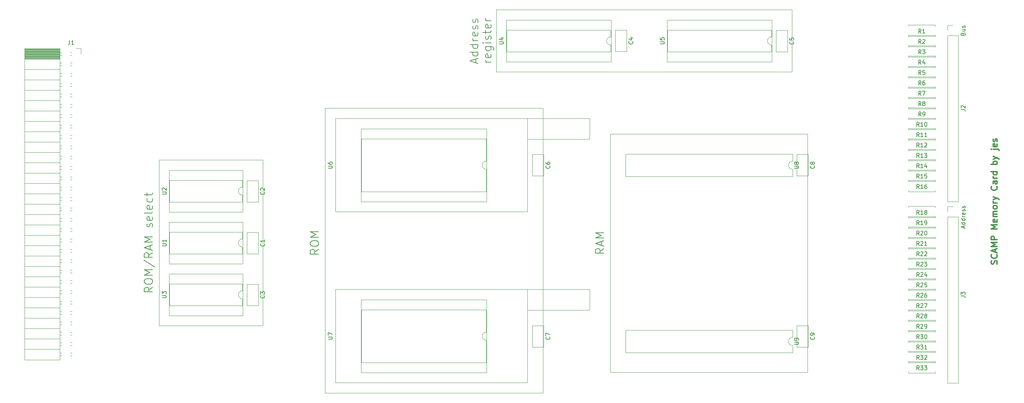
<source format=gbr>
G04 #@! TF.GenerationSoftware,KiCad,Pcbnew,5.1.5+dfsg1-2build2*
G04 #@! TF.CreationDate,2021-02-11T10:57:50+00:00*
G04 #@! TF.ProjectId,memory,6d656d6f-7279-42e6-9b69-6361645f7063,rev?*
G04 #@! TF.SameCoordinates,Original*
G04 #@! TF.FileFunction,Legend,Top*
G04 #@! TF.FilePolarity,Positive*
%FSLAX46Y46*%
G04 Gerber Fmt 4.6, Leading zero omitted, Abs format (unit mm)*
G04 Created by KiCad (PCBNEW 5.1.5+dfsg1-2build2) date 2021-02-11 10:57:50*
%MOMM*%
%LPD*%
G04 APERTURE LIST*
%ADD10C,0.150000*%
%ADD11C,0.120000*%
%ADD12C,0.300000*%
G04 APERTURE END LIST*
D10*
X246546666Y-97940476D02*
X246546666Y-97464285D01*
X246832380Y-98035714D02*
X245832380Y-97702380D01*
X246832380Y-97369047D01*
X246832380Y-96607142D02*
X245832380Y-96607142D01*
X246784761Y-96607142D02*
X246832380Y-96702380D01*
X246832380Y-96892857D01*
X246784761Y-96988095D01*
X246737142Y-97035714D01*
X246641904Y-97083333D01*
X246356190Y-97083333D01*
X246260952Y-97035714D01*
X246213333Y-96988095D01*
X246165714Y-96892857D01*
X246165714Y-96702380D01*
X246213333Y-96607142D01*
X246832380Y-95702380D02*
X245832380Y-95702380D01*
X246784761Y-95702380D02*
X246832380Y-95797619D01*
X246832380Y-95988095D01*
X246784761Y-96083333D01*
X246737142Y-96130952D01*
X246641904Y-96178571D01*
X246356190Y-96178571D01*
X246260952Y-96130952D01*
X246213333Y-96083333D01*
X246165714Y-95988095D01*
X246165714Y-95797619D01*
X246213333Y-95702380D01*
X246832380Y-95226190D02*
X246165714Y-95226190D01*
X246356190Y-95226190D02*
X246260952Y-95178571D01*
X246213333Y-95130952D01*
X246165714Y-95035714D01*
X246165714Y-94940476D01*
X246784761Y-94226190D02*
X246832380Y-94321428D01*
X246832380Y-94511904D01*
X246784761Y-94607142D01*
X246689523Y-94654761D01*
X246308571Y-94654761D01*
X246213333Y-94607142D01*
X246165714Y-94511904D01*
X246165714Y-94321428D01*
X246213333Y-94226190D01*
X246308571Y-94178571D01*
X246403809Y-94178571D01*
X246499047Y-94654761D01*
X246784761Y-93797619D02*
X246832380Y-93702380D01*
X246832380Y-93511904D01*
X246784761Y-93416666D01*
X246689523Y-93369047D01*
X246641904Y-93369047D01*
X246546666Y-93416666D01*
X246499047Y-93511904D01*
X246499047Y-93654761D01*
X246451428Y-93750000D01*
X246356190Y-93797619D01*
X246308571Y-93797619D01*
X246213333Y-93750000D01*
X246165714Y-93654761D01*
X246165714Y-93511904D01*
X246213333Y-93416666D01*
X246784761Y-92988095D02*
X246832380Y-92892857D01*
X246832380Y-92702380D01*
X246784761Y-92607142D01*
X246689523Y-92559523D01*
X246641904Y-92559523D01*
X246546666Y-92607142D01*
X246499047Y-92702380D01*
X246499047Y-92845238D01*
X246451428Y-92940476D01*
X246356190Y-92988095D01*
X246308571Y-92988095D01*
X246213333Y-92940476D01*
X246165714Y-92845238D01*
X246165714Y-92702380D01*
X246213333Y-92607142D01*
X246308571Y-50315714D02*
X246356190Y-50172857D01*
X246403809Y-50125238D01*
X246499047Y-50077619D01*
X246641904Y-50077619D01*
X246737142Y-50125238D01*
X246784761Y-50172857D01*
X246832380Y-50268095D01*
X246832380Y-50649047D01*
X245832380Y-50649047D01*
X245832380Y-50315714D01*
X245880000Y-50220476D01*
X245927619Y-50172857D01*
X246022857Y-50125238D01*
X246118095Y-50125238D01*
X246213333Y-50172857D01*
X246260952Y-50220476D01*
X246308571Y-50315714D01*
X246308571Y-50649047D01*
X246165714Y-49220476D02*
X246832380Y-49220476D01*
X246165714Y-49649047D02*
X246689523Y-49649047D01*
X246784761Y-49601428D01*
X246832380Y-49506190D01*
X246832380Y-49363333D01*
X246784761Y-49268095D01*
X246737142Y-49220476D01*
X246784761Y-48791904D02*
X246832380Y-48696666D01*
X246832380Y-48506190D01*
X246784761Y-48410952D01*
X246689523Y-48363333D01*
X246641904Y-48363333D01*
X246546666Y-48410952D01*
X246499047Y-48506190D01*
X246499047Y-48649047D01*
X246451428Y-48744285D01*
X246356190Y-48791904D01*
X246308571Y-48791904D01*
X246213333Y-48744285D01*
X246165714Y-48649047D01*
X246165714Y-48506190D01*
X246213333Y-48410952D01*
D11*
X160020000Y-133350000D02*
X208280000Y-133350000D01*
X160020000Y-74930000D02*
X208280000Y-74930000D01*
D10*
X47894761Y-112457142D02*
X46942380Y-113123809D01*
X47894761Y-113600000D02*
X45894761Y-113600000D01*
X45894761Y-112838095D01*
X45990000Y-112647619D01*
X46085238Y-112552380D01*
X46275714Y-112457142D01*
X46561428Y-112457142D01*
X46751904Y-112552380D01*
X46847142Y-112647619D01*
X46942380Y-112838095D01*
X46942380Y-113600000D01*
X45894761Y-111219047D02*
X45894761Y-110838095D01*
X45990000Y-110647619D01*
X46180476Y-110457142D01*
X46561428Y-110361904D01*
X47228095Y-110361904D01*
X47609047Y-110457142D01*
X47799523Y-110647619D01*
X47894761Y-110838095D01*
X47894761Y-111219047D01*
X47799523Y-111409523D01*
X47609047Y-111600000D01*
X47228095Y-111695238D01*
X46561428Y-111695238D01*
X46180476Y-111600000D01*
X45990000Y-111409523D01*
X45894761Y-111219047D01*
X47894761Y-109504761D02*
X45894761Y-109504761D01*
X47323333Y-108838095D01*
X45894761Y-108171428D01*
X47894761Y-108171428D01*
X45799523Y-105790476D02*
X48370952Y-107504761D01*
X47894761Y-103980952D02*
X46942380Y-104647619D01*
X47894761Y-105123809D02*
X45894761Y-105123809D01*
X45894761Y-104361904D01*
X45990000Y-104171428D01*
X46085238Y-104076190D01*
X46275714Y-103980952D01*
X46561428Y-103980952D01*
X46751904Y-104076190D01*
X46847142Y-104171428D01*
X46942380Y-104361904D01*
X46942380Y-105123809D01*
X47323333Y-103219047D02*
X47323333Y-102266666D01*
X47894761Y-103409523D02*
X45894761Y-102742857D01*
X47894761Y-102076190D01*
X47894761Y-101409523D02*
X45894761Y-101409523D01*
X47323333Y-100742857D01*
X45894761Y-100076190D01*
X47894761Y-100076190D01*
X47799523Y-97695238D02*
X47894761Y-97504761D01*
X47894761Y-97123809D01*
X47799523Y-96933333D01*
X47609047Y-96838095D01*
X47513809Y-96838095D01*
X47323333Y-96933333D01*
X47228095Y-97123809D01*
X47228095Y-97409523D01*
X47132857Y-97600000D01*
X46942380Y-97695238D01*
X46847142Y-97695238D01*
X46656666Y-97600000D01*
X46561428Y-97409523D01*
X46561428Y-97123809D01*
X46656666Y-96933333D01*
X47799523Y-95219047D02*
X47894761Y-95409523D01*
X47894761Y-95790476D01*
X47799523Y-95980952D01*
X47609047Y-96076190D01*
X46847142Y-96076190D01*
X46656666Y-95980952D01*
X46561428Y-95790476D01*
X46561428Y-95409523D01*
X46656666Y-95219047D01*
X46847142Y-95123809D01*
X47037619Y-95123809D01*
X47228095Y-96076190D01*
X47894761Y-93980952D02*
X47799523Y-94171428D01*
X47609047Y-94266666D01*
X45894761Y-94266666D01*
X47799523Y-92457142D02*
X47894761Y-92647619D01*
X47894761Y-93028571D01*
X47799523Y-93219047D01*
X47609047Y-93314285D01*
X46847142Y-93314285D01*
X46656666Y-93219047D01*
X46561428Y-93028571D01*
X46561428Y-92647619D01*
X46656666Y-92457142D01*
X46847142Y-92361904D01*
X47037619Y-92361904D01*
X47228095Y-93314285D01*
X47799523Y-90647619D02*
X47894761Y-90838095D01*
X47894761Y-91219047D01*
X47799523Y-91409523D01*
X47704285Y-91504761D01*
X47513809Y-91600000D01*
X46942380Y-91600000D01*
X46751904Y-91504761D01*
X46656666Y-91409523D01*
X46561428Y-91219047D01*
X46561428Y-90838095D01*
X46656666Y-90647619D01*
X46561428Y-90076190D02*
X46561428Y-89314285D01*
X45894761Y-89790476D02*
X47609047Y-89790476D01*
X47799523Y-89695238D01*
X47894761Y-89504761D01*
X47894761Y-89314285D01*
D11*
X49530000Y-121920000D02*
X49530000Y-81280000D01*
X74930000Y-121920000D02*
X49530000Y-121920000D01*
X74930000Y-81280000D02*
X74930000Y-121920000D01*
X49530000Y-81280000D02*
X74930000Y-81280000D01*
D12*
X254607142Y-106797142D02*
X254678571Y-106582857D01*
X254678571Y-106225714D01*
X254607142Y-106082857D01*
X254535714Y-106011428D01*
X254392857Y-105940000D01*
X254250000Y-105940000D01*
X254107142Y-106011428D01*
X254035714Y-106082857D01*
X253964285Y-106225714D01*
X253892857Y-106511428D01*
X253821428Y-106654285D01*
X253750000Y-106725714D01*
X253607142Y-106797142D01*
X253464285Y-106797142D01*
X253321428Y-106725714D01*
X253250000Y-106654285D01*
X253178571Y-106511428D01*
X253178571Y-106154285D01*
X253250000Y-105940000D01*
X254535714Y-104440000D02*
X254607142Y-104511428D01*
X254678571Y-104725714D01*
X254678571Y-104868571D01*
X254607142Y-105082857D01*
X254464285Y-105225714D01*
X254321428Y-105297142D01*
X254035714Y-105368571D01*
X253821428Y-105368571D01*
X253535714Y-105297142D01*
X253392857Y-105225714D01*
X253250000Y-105082857D01*
X253178571Y-104868571D01*
X253178571Y-104725714D01*
X253250000Y-104511428D01*
X253321428Y-104440000D01*
X254250000Y-103868571D02*
X254250000Y-103154285D01*
X254678571Y-104011428D02*
X253178571Y-103511428D01*
X254678571Y-103011428D01*
X254678571Y-102511428D02*
X253178571Y-102511428D01*
X254250000Y-102011428D01*
X253178571Y-101511428D01*
X254678571Y-101511428D01*
X254678571Y-100797142D02*
X253178571Y-100797142D01*
X253178571Y-100225714D01*
X253250000Y-100082857D01*
X253321428Y-100011428D01*
X253464285Y-99940000D01*
X253678571Y-99940000D01*
X253821428Y-100011428D01*
X253892857Y-100082857D01*
X253964285Y-100225714D01*
X253964285Y-100797142D01*
X254678571Y-98154285D02*
X253178571Y-98154285D01*
X254250000Y-97654285D01*
X253178571Y-97154285D01*
X254678571Y-97154285D01*
X254607142Y-95868571D02*
X254678571Y-96011428D01*
X254678571Y-96297142D01*
X254607142Y-96440000D01*
X254464285Y-96511428D01*
X253892857Y-96511428D01*
X253750000Y-96440000D01*
X253678571Y-96297142D01*
X253678571Y-96011428D01*
X253750000Y-95868571D01*
X253892857Y-95797142D01*
X254035714Y-95797142D01*
X254178571Y-96511428D01*
X254678571Y-95154285D02*
X253678571Y-95154285D01*
X253821428Y-95154285D02*
X253750000Y-95082857D01*
X253678571Y-94940000D01*
X253678571Y-94725714D01*
X253750000Y-94582857D01*
X253892857Y-94511428D01*
X254678571Y-94511428D01*
X253892857Y-94511428D02*
X253750000Y-94440000D01*
X253678571Y-94297142D01*
X253678571Y-94082857D01*
X253750000Y-93940000D01*
X253892857Y-93868571D01*
X254678571Y-93868571D01*
X254678571Y-92940000D02*
X254607142Y-93082857D01*
X254535714Y-93154285D01*
X254392857Y-93225714D01*
X253964285Y-93225714D01*
X253821428Y-93154285D01*
X253750000Y-93082857D01*
X253678571Y-92940000D01*
X253678571Y-92725714D01*
X253750000Y-92582857D01*
X253821428Y-92511428D01*
X253964285Y-92440000D01*
X254392857Y-92440000D01*
X254535714Y-92511428D01*
X254607142Y-92582857D01*
X254678571Y-92725714D01*
X254678571Y-92940000D01*
X254678571Y-91797142D02*
X253678571Y-91797142D01*
X253964285Y-91797142D02*
X253821428Y-91725714D01*
X253750000Y-91654285D01*
X253678571Y-91511428D01*
X253678571Y-91368571D01*
X253678571Y-91011428D02*
X254678571Y-90654285D01*
X253678571Y-90297142D02*
X254678571Y-90654285D01*
X255035714Y-90797142D01*
X255107142Y-90868571D01*
X255178571Y-91011428D01*
X254535714Y-87725714D02*
X254607142Y-87797142D01*
X254678571Y-88011428D01*
X254678571Y-88154285D01*
X254607142Y-88368571D01*
X254464285Y-88511428D01*
X254321428Y-88582857D01*
X254035714Y-88654285D01*
X253821428Y-88654285D01*
X253535714Y-88582857D01*
X253392857Y-88511428D01*
X253250000Y-88368571D01*
X253178571Y-88154285D01*
X253178571Y-88011428D01*
X253250000Y-87797142D01*
X253321428Y-87725714D01*
X254678571Y-86440000D02*
X253892857Y-86440000D01*
X253750000Y-86511428D01*
X253678571Y-86654285D01*
X253678571Y-86940000D01*
X253750000Y-87082857D01*
X254607142Y-86440000D02*
X254678571Y-86582857D01*
X254678571Y-86940000D01*
X254607142Y-87082857D01*
X254464285Y-87154285D01*
X254321428Y-87154285D01*
X254178571Y-87082857D01*
X254107142Y-86940000D01*
X254107142Y-86582857D01*
X254035714Y-86440000D01*
X254678571Y-85725714D02*
X253678571Y-85725714D01*
X253964285Y-85725714D02*
X253821428Y-85654285D01*
X253750000Y-85582857D01*
X253678571Y-85440000D01*
X253678571Y-85297142D01*
X254678571Y-84154285D02*
X253178571Y-84154285D01*
X254607142Y-84154285D02*
X254678571Y-84297142D01*
X254678571Y-84582857D01*
X254607142Y-84725714D01*
X254535714Y-84797142D01*
X254392857Y-84868571D01*
X253964285Y-84868571D01*
X253821428Y-84797142D01*
X253750000Y-84725714D01*
X253678571Y-84582857D01*
X253678571Y-84297142D01*
X253750000Y-84154285D01*
X254678571Y-82297142D02*
X253178571Y-82297142D01*
X253750000Y-82297142D02*
X253678571Y-82154285D01*
X253678571Y-81868571D01*
X253750000Y-81725714D01*
X253821428Y-81654285D01*
X253964285Y-81582857D01*
X254392857Y-81582857D01*
X254535714Y-81654285D01*
X254607142Y-81725714D01*
X254678571Y-81868571D01*
X254678571Y-82154285D01*
X254607142Y-82297142D01*
X253678571Y-81082857D02*
X254678571Y-80725714D01*
X253678571Y-80368571D02*
X254678571Y-80725714D01*
X255035714Y-80868571D01*
X255107142Y-80940000D01*
X255178571Y-81082857D01*
X253678571Y-78654285D02*
X254964285Y-78654285D01*
X255107142Y-78725714D01*
X255178571Y-78868571D01*
X255178571Y-78940000D01*
X253178571Y-78654285D02*
X253250000Y-78725714D01*
X253321428Y-78654285D01*
X253250000Y-78582857D01*
X253178571Y-78654285D01*
X253321428Y-78654285D01*
X254607142Y-77368571D02*
X254678571Y-77511428D01*
X254678571Y-77797142D01*
X254607142Y-77940000D01*
X254464285Y-78011428D01*
X253892857Y-78011428D01*
X253750000Y-77940000D01*
X253678571Y-77797142D01*
X253678571Y-77511428D01*
X253750000Y-77368571D01*
X253892857Y-77297142D01*
X254035714Y-77297142D01*
X254178571Y-78011428D01*
X254607142Y-76725714D02*
X254678571Y-76582857D01*
X254678571Y-76297142D01*
X254607142Y-76154285D01*
X254464285Y-76082857D01*
X254392857Y-76082857D01*
X254250000Y-76154285D01*
X254178571Y-76297142D01*
X254178571Y-76511428D01*
X254107142Y-76654285D01*
X253964285Y-76725714D01*
X253892857Y-76725714D01*
X253750000Y-76654285D01*
X253678571Y-76511428D01*
X253678571Y-76297142D01*
X253750000Y-76154285D01*
D10*
X127028333Y-57450952D02*
X127028333Y-56498571D01*
X127599761Y-57641428D02*
X125599761Y-56974761D01*
X127599761Y-56308095D01*
X127599761Y-54784285D02*
X125599761Y-54784285D01*
X127504523Y-54784285D02*
X127599761Y-54974761D01*
X127599761Y-55355714D01*
X127504523Y-55546190D01*
X127409285Y-55641428D01*
X127218809Y-55736666D01*
X126647380Y-55736666D01*
X126456904Y-55641428D01*
X126361666Y-55546190D01*
X126266428Y-55355714D01*
X126266428Y-54974761D01*
X126361666Y-54784285D01*
X127599761Y-52974761D02*
X125599761Y-52974761D01*
X127504523Y-52974761D02*
X127599761Y-53165238D01*
X127599761Y-53546190D01*
X127504523Y-53736666D01*
X127409285Y-53831904D01*
X127218809Y-53927142D01*
X126647380Y-53927142D01*
X126456904Y-53831904D01*
X126361666Y-53736666D01*
X126266428Y-53546190D01*
X126266428Y-53165238D01*
X126361666Y-52974761D01*
X127599761Y-52022380D02*
X126266428Y-52022380D01*
X126647380Y-52022380D02*
X126456904Y-51927142D01*
X126361666Y-51831904D01*
X126266428Y-51641428D01*
X126266428Y-51450952D01*
X127504523Y-50022380D02*
X127599761Y-50212857D01*
X127599761Y-50593809D01*
X127504523Y-50784285D01*
X127314047Y-50879523D01*
X126552142Y-50879523D01*
X126361666Y-50784285D01*
X126266428Y-50593809D01*
X126266428Y-50212857D01*
X126361666Y-50022380D01*
X126552142Y-49927142D01*
X126742619Y-49927142D01*
X126933095Y-50879523D01*
X127504523Y-49165238D02*
X127599761Y-48974761D01*
X127599761Y-48593809D01*
X127504523Y-48403333D01*
X127314047Y-48308095D01*
X127218809Y-48308095D01*
X127028333Y-48403333D01*
X126933095Y-48593809D01*
X126933095Y-48879523D01*
X126837857Y-49070000D01*
X126647380Y-49165238D01*
X126552142Y-49165238D01*
X126361666Y-49070000D01*
X126266428Y-48879523D01*
X126266428Y-48593809D01*
X126361666Y-48403333D01*
X127504523Y-47546190D02*
X127599761Y-47355714D01*
X127599761Y-46974761D01*
X127504523Y-46784285D01*
X127314047Y-46689047D01*
X127218809Y-46689047D01*
X127028333Y-46784285D01*
X126933095Y-46974761D01*
X126933095Y-47260476D01*
X126837857Y-47450952D01*
X126647380Y-47546190D01*
X126552142Y-47546190D01*
X126361666Y-47450952D01*
X126266428Y-47260476D01*
X126266428Y-46974761D01*
X126361666Y-46784285D01*
X130749761Y-57308095D02*
X129416428Y-57308095D01*
X129797380Y-57308095D02*
X129606904Y-57212857D01*
X129511666Y-57117619D01*
X129416428Y-56927142D01*
X129416428Y-56736666D01*
X130654523Y-55308095D02*
X130749761Y-55498571D01*
X130749761Y-55879523D01*
X130654523Y-56070000D01*
X130464047Y-56165238D01*
X129702142Y-56165238D01*
X129511666Y-56070000D01*
X129416428Y-55879523D01*
X129416428Y-55498571D01*
X129511666Y-55308095D01*
X129702142Y-55212857D01*
X129892619Y-55212857D01*
X130083095Y-56165238D01*
X129416428Y-53498571D02*
X131035476Y-53498571D01*
X131225952Y-53593809D01*
X131321190Y-53689047D01*
X131416428Y-53879523D01*
X131416428Y-54165238D01*
X131321190Y-54355714D01*
X130654523Y-53498571D02*
X130749761Y-53689047D01*
X130749761Y-54070000D01*
X130654523Y-54260476D01*
X130559285Y-54355714D01*
X130368809Y-54450952D01*
X129797380Y-54450952D01*
X129606904Y-54355714D01*
X129511666Y-54260476D01*
X129416428Y-54070000D01*
X129416428Y-53689047D01*
X129511666Y-53498571D01*
X130749761Y-52546190D02*
X129416428Y-52546190D01*
X128749761Y-52546190D02*
X128845000Y-52641428D01*
X128940238Y-52546190D01*
X128845000Y-52450952D01*
X128749761Y-52546190D01*
X128940238Y-52546190D01*
X130654523Y-51689047D02*
X130749761Y-51498571D01*
X130749761Y-51117619D01*
X130654523Y-50927142D01*
X130464047Y-50831904D01*
X130368809Y-50831904D01*
X130178333Y-50927142D01*
X130083095Y-51117619D01*
X130083095Y-51403333D01*
X129987857Y-51593809D01*
X129797380Y-51689047D01*
X129702142Y-51689047D01*
X129511666Y-51593809D01*
X129416428Y-51403333D01*
X129416428Y-51117619D01*
X129511666Y-50927142D01*
X129416428Y-50260476D02*
X129416428Y-49498571D01*
X128749761Y-49974761D02*
X130464047Y-49974761D01*
X130654523Y-49879523D01*
X130749761Y-49689047D01*
X130749761Y-49498571D01*
X130654523Y-48070000D02*
X130749761Y-48260476D01*
X130749761Y-48641428D01*
X130654523Y-48831904D01*
X130464047Y-48927142D01*
X129702142Y-48927142D01*
X129511666Y-48831904D01*
X129416428Y-48641428D01*
X129416428Y-48260476D01*
X129511666Y-48070000D01*
X129702142Y-47974761D01*
X129892619Y-47974761D01*
X130083095Y-48927142D01*
X130749761Y-47117619D02*
X129416428Y-47117619D01*
X129797380Y-47117619D02*
X129606904Y-47022380D01*
X129511666Y-46927142D01*
X129416428Y-46736666D01*
X129416428Y-46546190D01*
D11*
X132080000Y-59690000D02*
X132080000Y-44450000D01*
X204470000Y-59690000D02*
X132080000Y-59690000D01*
X204470000Y-44450000D02*
X204470000Y-59690000D01*
X132080000Y-44450000D02*
X204470000Y-44450000D01*
D10*
X158384761Y-102980952D02*
X157432380Y-103647619D01*
X158384761Y-104123809D02*
X156384761Y-104123809D01*
X156384761Y-103361904D01*
X156480000Y-103171428D01*
X156575238Y-103076190D01*
X156765714Y-102980952D01*
X157051428Y-102980952D01*
X157241904Y-103076190D01*
X157337142Y-103171428D01*
X157432380Y-103361904D01*
X157432380Y-104123809D01*
X157813333Y-102219047D02*
X157813333Y-101266666D01*
X158384761Y-102409523D02*
X156384761Y-101742857D01*
X158384761Y-101076190D01*
X158384761Y-100409523D02*
X156384761Y-100409523D01*
X157813333Y-99742857D01*
X156384761Y-99076190D01*
X158384761Y-99076190D01*
D11*
X160020000Y-133350000D02*
X160020000Y-74930000D01*
X208280000Y-74930000D02*
X208280000Y-133350000D01*
D10*
X88534761Y-103171428D02*
X87582380Y-103838095D01*
X88534761Y-104314285D02*
X86534761Y-104314285D01*
X86534761Y-103552380D01*
X86630000Y-103361904D01*
X86725238Y-103266666D01*
X86915714Y-103171428D01*
X87201428Y-103171428D01*
X87391904Y-103266666D01*
X87487142Y-103361904D01*
X87582380Y-103552380D01*
X87582380Y-104314285D01*
X86534761Y-101933333D02*
X86534761Y-101552380D01*
X86630000Y-101361904D01*
X86820476Y-101171428D01*
X87201428Y-101076190D01*
X87868095Y-101076190D01*
X88249047Y-101171428D01*
X88439523Y-101361904D01*
X88534761Y-101552380D01*
X88534761Y-101933333D01*
X88439523Y-102123809D01*
X88249047Y-102314285D01*
X87868095Y-102409523D01*
X87201428Y-102409523D01*
X86820476Y-102314285D01*
X86630000Y-102123809D01*
X86534761Y-101933333D01*
X88534761Y-100219047D02*
X86534761Y-100219047D01*
X87963333Y-99552380D01*
X86534761Y-98885714D01*
X88534761Y-98885714D01*
D11*
X90170000Y-138430000D02*
X90170000Y-68580000D01*
X143510000Y-138430000D02*
X90170000Y-138430000D01*
X143510000Y-68580000D02*
X143510000Y-138430000D01*
X90170000Y-68580000D02*
X143510000Y-68580000D01*
X139700000Y-71120000D02*
X154940000Y-71120000D01*
X154940000Y-76200000D02*
X139700000Y-76200000D01*
X154940000Y-71120000D02*
X154940000Y-76200000D01*
X154940000Y-118110000D02*
X139700000Y-118110000D01*
X154940000Y-113030000D02*
X154940000Y-118110000D01*
X139700000Y-113030000D02*
X154940000Y-113030000D01*
X92710000Y-135890000D02*
X92710000Y-113030000D01*
X139700000Y-113030000D02*
X139700000Y-135890000D01*
X92710000Y-113030000D02*
X139700000Y-113030000D01*
X139700000Y-135890000D02*
X92710000Y-135890000D01*
X92710000Y-93980000D02*
X92710000Y-71120000D01*
X139700000Y-93980000D02*
X92710000Y-93980000D01*
X139700000Y-71120000D02*
X139700000Y-93980000D01*
X92710000Y-71120000D02*
X139700000Y-71120000D01*
X204590000Y-126730000D02*
G75*
G02X204590000Y-124730000I0J1000000D01*
G01*
X204590000Y-128500000D02*
X204590000Y-126730000D01*
X163710000Y-128500000D02*
X204590000Y-128500000D01*
X163710000Y-122960000D02*
X163710000Y-128500000D01*
X204590000Y-122960000D02*
X163710000Y-122960000D01*
X204590000Y-124730000D02*
X204590000Y-122960000D01*
X204590000Y-83550000D02*
G75*
G02X204590000Y-81550000I0J1000000D01*
G01*
X204590000Y-85320000D02*
X204590000Y-83550000D01*
X163710000Y-85320000D02*
X204590000Y-85320000D01*
X163710000Y-79780000D02*
X163710000Y-85320000D01*
X204590000Y-79780000D02*
X163710000Y-79780000D01*
X204590000Y-81550000D02*
X204590000Y-79780000D01*
X69970000Y-94040000D02*
X69970000Y-83760000D01*
X51950000Y-94040000D02*
X69970000Y-94040000D01*
X51950000Y-83760000D02*
X51950000Y-94040000D01*
X69970000Y-83760000D02*
X51950000Y-83760000D01*
X69910000Y-91550000D02*
X69910000Y-89900000D01*
X52010000Y-91550000D02*
X69910000Y-91550000D01*
X52010000Y-86250000D02*
X52010000Y-91550000D01*
X69910000Y-86250000D02*
X52010000Y-86250000D01*
X69910000Y-87900000D02*
X69910000Y-86250000D01*
X69910000Y-89900000D02*
G75*
G02X69910000Y-87900000I0J1000000D01*
G01*
X239490000Y-133450000D02*
X239490000Y-133120000D01*
X232950000Y-133450000D02*
X239490000Y-133450000D01*
X232950000Y-133120000D02*
X232950000Y-133450000D01*
X239490000Y-130710000D02*
X239490000Y-131040000D01*
X232950000Y-130710000D02*
X239490000Y-130710000D01*
X232950000Y-131040000D02*
X232950000Y-130710000D01*
X239490000Y-130910000D02*
X239490000Y-130580000D01*
X232950000Y-130910000D02*
X239490000Y-130910000D01*
X232950000Y-130580000D02*
X232950000Y-130910000D01*
X239490000Y-128170000D02*
X239490000Y-128500000D01*
X232950000Y-128170000D02*
X239490000Y-128170000D01*
X232950000Y-128500000D02*
X232950000Y-128170000D01*
X239490000Y-128370000D02*
X239490000Y-128040000D01*
X232950000Y-128370000D02*
X239490000Y-128370000D01*
X232950000Y-128040000D02*
X232950000Y-128370000D01*
X239490000Y-125630000D02*
X239490000Y-125960000D01*
X232950000Y-125630000D02*
X239490000Y-125630000D01*
X232950000Y-125960000D02*
X232950000Y-125630000D01*
X239490000Y-125830000D02*
X239490000Y-125500000D01*
X232950000Y-125830000D02*
X239490000Y-125830000D01*
X232950000Y-125500000D02*
X232950000Y-125830000D01*
X239490000Y-123090000D02*
X239490000Y-123420000D01*
X232950000Y-123090000D02*
X239490000Y-123090000D01*
X232950000Y-123420000D02*
X232950000Y-123090000D01*
X239490000Y-123290000D02*
X239490000Y-122960000D01*
X232950000Y-123290000D02*
X239490000Y-123290000D01*
X232950000Y-122960000D02*
X232950000Y-123290000D01*
X239490000Y-120550000D02*
X239490000Y-120880000D01*
X232950000Y-120550000D02*
X239490000Y-120550000D01*
X232950000Y-120880000D02*
X232950000Y-120550000D01*
X239490000Y-120750000D02*
X239490000Y-120420000D01*
X232950000Y-120750000D02*
X239490000Y-120750000D01*
X232950000Y-120420000D02*
X232950000Y-120750000D01*
X239490000Y-118010000D02*
X239490000Y-118340000D01*
X232950000Y-118010000D02*
X239490000Y-118010000D01*
X232950000Y-118340000D02*
X232950000Y-118010000D01*
X239490000Y-118210000D02*
X239490000Y-117880000D01*
X232950000Y-118210000D02*
X239490000Y-118210000D01*
X232950000Y-117880000D02*
X232950000Y-118210000D01*
X239490000Y-115470000D02*
X239490000Y-115800000D01*
X232950000Y-115470000D02*
X239490000Y-115470000D01*
X232950000Y-115800000D02*
X232950000Y-115470000D01*
X239490000Y-115670000D02*
X239490000Y-115340000D01*
X232950000Y-115670000D02*
X239490000Y-115670000D01*
X232950000Y-115340000D02*
X232950000Y-115670000D01*
X239490000Y-112930000D02*
X239490000Y-113260000D01*
X232950000Y-112930000D02*
X239490000Y-112930000D01*
X232950000Y-113260000D02*
X232950000Y-112930000D01*
X239490000Y-113130000D02*
X239490000Y-112800000D01*
X232950000Y-113130000D02*
X239490000Y-113130000D01*
X232950000Y-112800000D02*
X232950000Y-113130000D01*
X239490000Y-110390000D02*
X239490000Y-110720000D01*
X232950000Y-110390000D02*
X239490000Y-110390000D01*
X232950000Y-110720000D02*
X232950000Y-110390000D01*
X239490000Y-110590000D02*
X239490000Y-110260000D01*
X232950000Y-110590000D02*
X239490000Y-110590000D01*
X232950000Y-110260000D02*
X232950000Y-110590000D01*
X239490000Y-107850000D02*
X239490000Y-108180000D01*
X232950000Y-107850000D02*
X239490000Y-107850000D01*
X232950000Y-108180000D02*
X232950000Y-107850000D01*
X239490000Y-108050000D02*
X239490000Y-107720000D01*
X232950000Y-108050000D02*
X239490000Y-108050000D01*
X232950000Y-107720000D02*
X232950000Y-108050000D01*
X239490000Y-105310000D02*
X239490000Y-105640000D01*
X232950000Y-105310000D02*
X239490000Y-105310000D01*
X232950000Y-105640000D02*
X232950000Y-105310000D01*
X239490000Y-105510000D02*
X239490000Y-105180000D01*
X232950000Y-105510000D02*
X239490000Y-105510000D01*
X232950000Y-105180000D02*
X232950000Y-105510000D01*
X239490000Y-102770000D02*
X239490000Y-103100000D01*
X232950000Y-102770000D02*
X239490000Y-102770000D01*
X232950000Y-103100000D02*
X232950000Y-102770000D01*
X239490000Y-102970000D02*
X239490000Y-102640000D01*
X232950000Y-102970000D02*
X239490000Y-102970000D01*
X232950000Y-102640000D02*
X232950000Y-102970000D01*
X239490000Y-100230000D02*
X239490000Y-100560000D01*
X232950000Y-100230000D02*
X239490000Y-100230000D01*
X232950000Y-100560000D02*
X232950000Y-100230000D01*
X239490000Y-100430000D02*
X239490000Y-100100000D01*
X232950000Y-100430000D02*
X239490000Y-100430000D01*
X232950000Y-100100000D02*
X232950000Y-100430000D01*
X239490000Y-97690000D02*
X239490000Y-98020000D01*
X232950000Y-97690000D02*
X239490000Y-97690000D01*
X232950000Y-98020000D02*
X232950000Y-97690000D01*
X239490000Y-97890000D02*
X239490000Y-97560000D01*
X232950000Y-97890000D02*
X239490000Y-97890000D01*
X232950000Y-97560000D02*
X232950000Y-97890000D01*
X239490000Y-95150000D02*
X239490000Y-95480000D01*
X232950000Y-95150000D02*
X239490000Y-95150000D01*
X232950000Y-95480000D02*
X232950000Y-95150000D01*
X239490000Y-95350000D02*
X239490000Y-95020000D01*
X232950000Y-95350000D02*
X239490000Y-95350000D01*
X232950000Y-95020000D02*
X232950000Y-95350000D01*
X239490000Y-92610000D02*
X239490000Y-92940000D01*
X232950000Y-92610000D02*
X239490000Y-92610000D01*
X232950000Y-92940000D02*
X232950000Y-92610000D01*
X239490000Y-89000000D02*
X239490000Y-88670000D01*
X232950000Y-89000000D02*
X239490000Y-89000000D01*
X232950000Y-88670000D02*
X232950000Y-89000000D01*
X239490000Y-86260000D02*
X239490000Y-86590000D01*
X232950000Y-86260000D02*
X239490000Y-86260000D01*
X232950000Y-86590000D02*
X232950000Y-86260000D01*
X239490000Y-86460000D02*
X239490000Y-86130000D01*
X232950000Y-86460000D02*
X239490000Y-86460000D01*
X232950000Y-86130000D02*
X232950000Y-86460000D01*
X239490000Y-83720000D02*
X239490000Y-84050000D01*
X232950000Y-83720000D02*
X239490000Y-83720000D01*
X232950000Y-84050000D02*
X232950000Y-83720000D01*
X239490000Y-83920000D02*
X239490000Y-83590000D01*
X232950000Y-83920000D02*
X239490000Y-83920000D01*
X232950000Y-83590000D02*
X232950000Y-83920000D01*
X239490000Y-81180000D02*
X239490000Y-81510000D01*
X232950000Y-81180000D02*
X239490000Y-81180000D01*
X232950000Y-81510000D02*
X232950000Y-81180000D01*
X239490000Y-81380000D02*
X239490000Y-81050000D01*
X232950000Y-81380000D02*
X239490000Y-81380000D01*
X232950000Y-81050000D02*
X232950000Y-81380000D01*
X239490000Y-78640000D02*
X239490000Y-78970000D01*
X232950000Y-78640000D02*
X239490000Y-78640000D01*
X232950000Y-78970000D02*
X232950000Y-78640000D01*
X239490000Y-78840000D02*
X239490000Y-78510000D01*
X232950000Y-78840000D02*
X239490000Y-78840000D01*
X232950000Y-78510000D02*
X232950000Y-78840000D01*
X239490000Y-76100000D02*
X239490000Y-76430000D01*
X232950000Y-76100000D02*
X239490000Y-76100000D01*
X232950000Y-76430000D02*
X232950000Y-76100000D01*
X239490000Y-76300000D02*
X239490000Y-75970000D01*
X232950000Y-76300000D02*
X239490000Y-76300000D01*
X232950000Y-75970000D02*
X232950000Y-76300000D01*
X239490000Y-73560000D02*
X239490000Y-73890000D01*
X232950000Y-73560000D02*
X239490000Y-73560000D01*
X232950000Y-73890000D02*
X232950000Y-73560000D01*
X239490000Y-73760000D02*
X239490000Y-73430000D01*
X232950000Y-73760000D02*
X239490000Y-73760000D01*
X232950000Y-73430000D02*
X232950000Y-73760000D01*
X239490000Y-71020000D02*
X239490000Y-71350000D01*
X232950000Y-71020000D02*
X239490000Y-71020000D01*
X232950000Y-71350000D02*
X232950000Y-71020000D01*
X239490000Y-71220000D02*
X239490000Y-70890000D01*
X232950000Y-71220000D02*
X239490000Y-71220000D01*
X232950000Y-70890000D02*
X232950000Y-71220000D01*
X239490000Y-68480000D02*
X239490000Y-68810000D01*
X232950000Y-68480000D02*
X239490000Y-68480000D01*
X232950000Y-68810000D02*
X232950000Y-68480000D01*
X239490000Y-68680000D02*
X239490000Y-68350000D01*
X232950000Y-68680000D02*
X239490000Y-68680000D01*
X232950000Y-68350000D02*
X232950000Y-68680000D01*
X239490000Y-65940000D02*
X239490000Y-66270000D01*
X232950000Y-65940000D02*
X239490000Y-65940000D01*
X232950000Y-66270000D02*
X232950000Y-65940000D01*
X239490000Y-66140000D02*
X239490000Y-65810000D01*
X232950000Y-66140000D02*
X239490000Y-66140000D01*
X232950000Y-65810000D02*
X232950000Y-66140000D01*
X239490000Y-63400000D02*
X239490000Y-63730000D01*
X232950000Y-63400000D02*
X239490000Y-63400000D01*
X232950000Y-63730000D02*
X232950000Y-63400000D01*
X239490000Y-63600000D02*
X239490000Y-63270000D01*
X232950000Y-63600000D02*
X239490000Y-63600000D01*
X232950000Y-63270000D02*
X232950000Y-63600000D01*
X239490000Y-60860000D02*
X239490000Y-61190000D01*
X232950000Y-60860000D02*
X239490000Y-60860000D01*
X232950000Y-61190000D02*
X232950000Y-60860000D01*
X239490000Y-61060000D02*
X239490000Y-60730000D01*
X232950000Y-61060000D02*
X239490000Y-61060000D01*
X232950000Y-60730000D02*
X232950000Y-61060000D01*
X239490000Y-58320000D02*
X239490000Y-58650000D01*
X232950000Y-58320000D02*
X239490000Y-58320000D01*
X232950000Y-58650000D02*
X232950000Y-58320000D01*
X239490000Y-58520000D02*
X239490000Y-58190000D01*
X232950000Y-58520000D02*
X239490000Y-58520000D01*
X232950000Y-58190000D02*
X232950000Y-58520000D01*
X239490000Y-55780000D02*
X239490000Y-56110000D01*
X232950000Y-55780000D02*
X239490000Y-55780000D01*
X232950000Y-56110000D02*
X232950000Y-55780000D01*
X239490000Y-55980000D02*
X239490000Y-55650000D01*
X232950000Y-55980000D02*
X239490000Y-55980000D01*
X232950000Y-55650000D02*
X232950000Y-55980000D01*
X239490000Y-53240000D02*
X239490000Y-53570000D01*
X232950000Y-53240000D02*
X239490000Y-53240000D01*
X232950000Y-53570000D02*
X232950000Y-53240000D01*
X239490000Y-53440000D02*
X239490000Y-53110000D01*
X232950000Y-53440000D02*
X239490000Y-53440000D01*
X232950000Y-53110000D02*
X232950000Y-53440000D01*
X239490000Y-50700000D02*
X239490000Y-51030000D01*
X232950000Y-50700000D02*
X239490000Y-50700000D01*
X232950000Y-51030000D02*
X232950000Y-50700000D01*
X239490000Y-50900000D02*
X239490000Y-50570000D01*
X232950000Y-50900000D02*
X239490000Y-50900000D01*
X232950000Y-50570000D02*
X232950000Y-50900000D01*
X239490000Y-48160000D02*
X239490000Y-48490000D01*
X232950000Y-48160000D02*
X239490000Y-48160000D01*
X232950000Y-48490000D02*
X232950000Y-48160000D01*
X129660000Y-133410000D02*
X129660000Y-115510000D01*
X98940000Y-133410000D02*
X129660000Y-133410000D01*
X98940000Y-115510000D02*
X98940000Y-133410000D01*
X129660000Y-115510000D02*
X98940000Y-115510000D01*
X129600000Y-130920000D02*
X129600000Y-125460000D01*
X99000000Y-130920000D02*
X129600000Y-130920000D01*
X99000000Y-118000000D02*
X99000000Y-130920000D01*
X129600000Y-118000000D02*
X99000000Y-118000000D01*
X129600000Y-123460000D02*
X129600000Y-118000000D01*
X129600000Y-125460000D02*
G75*
G02X129600000Y-123460000I0J1000000D01*
G01*
X129660000Y-91500000D02*
X129660000Y-73600000D01*
X98940000Y-91500000D02*
X129660000Y-91500000D01*
X98940000Y-73600000D02*
X98940000Y-91500000D01*
X129660000Y-73600000D02*
X98940000Y-73600000D01*
X129600000Y-89010000D02*
X129600000Y-83550000D01*
X99000000Y-89010000D02*
X129600000Y-89010000D01*
X99000000Y-76090000D02*
X99000000Y-89010000D01*
X129600000Y-76090000D02*
X99000000Y-76090000D01*
X129600000Y-81550000D02*
X129600000Y-76090000D01*
X129600000Y-83550000D02*
G75*
G02X129600000Y-81550000I0J1000000D01*
G01*
X199510000Y-57210000D02*
X199510000Y-46930000D01*
X173870000Y-57210000D02*
X199510000Y-57210000D01*
X173870000Y-46930000D02*
X173870000Y-57210000D01*
X199510000Y-46930000D02*
X173870000Y-46930000D01*
X199450000Y-54720000D02*
X199450000Y-53070000D01*
X173930000Y-54720000D02*
X199450000Y-54720000D01*
X173930000Y-49420000D02*
X173930000Y-54720000D01*
X199450000Y-49420000D02*
X173930000Y-49420000D01*
X199450000Y-51070000D02*
X199450000Y-49420000D01*
X199450000Y-53070000D02*
G75*
G02X199450000Y-51070000I0J1000000D01*
G01*
X160140000Y-57210000D02*
X160140000Y-46930000D01*
X134500000Y-57210000D02*
X160140000Y-57210000D01*
X134500000Y-46930000D02*
X134500000Y-57210000D01*
X160140000Y-46930000D02*
X134500000Y-46930000D01*
X160080000Y-54720000D02*
X160080000Y-53070000D01*
X134560000Y-54720000D02*
X160080000Y-54720000D01*
X134560000Y-49420000D02*
X134560000Y-54720000D01*
X160080000Y-49420000D02*
X134560000Y-49420000D01*
X160080000Y-51070000D02*
X160080000Y-49420000D01*
X160080000Y-53070000D02*
G75*
G02X160080000Y-51070000I0J1000000D01*
G01*
X69970000Y-119440000D02*
X69970000Y-109160000D01*
X51950000Y-119440000D02*
X69970000Y-119440000D01*
X51950000Y-109160000D02*
X51950000Y-119440000D01*
X69970000Y-109160000D02*
X51950000Y-109160000D01*
X69910000Y-116950000D02*
X69910000Y-115300000D01*
X52010000Y-116950000D02*
X69910000Y-116950000D01*
X52010000Y-111650000D02*
X52010000Y-116950000D01*
X69910000Y-111650000D02*
X52010000Y-111650000D01*
X69910000Y-113300000D02*
X69910000Y-111650000D01*
X69910000Y-115300000D02*
G75*
G02X69910000Y-113300000I0J1000000D01*
G01*
X69970000Y-106740000D02*
X69970000Y-96460000D01*
X51950000Y-106740000D02*
X69970000Y-106740000D01*
X51950000Y-96460000D02*
X51950000Y-106740000D01*
X69970000Y-96460000D02*
X51950000Y-96460000D01*
X69910000Y-104250000D02*
X69910000Y-102600000D01*
X52010000Y-104250000D02*
X69910000Y-104250000D01*
X52010000Y-98950000D02*
X52010000Y-104250000D01*
X69910000Y-98950000D02*
X52010000Y-98950000D01*
X69910000Y-100600000D02*
X69910000Y-98950000D01*
X69910000Y-102600000D02*
G75*
G02X69910000Y-100600000I0J1000000D01*
G01*
X242510000Y-92650000D02*
X243840000Y-92650000D01*
X242510000Y-93980000D02*
X242510000Y-92650000D01*
X242510000Y-95250000D02*
X245170000Y-95250000D01*
X245170000Y-95250000D02*
X245170000Y-135950000D01*
X242510000Y-95250000D02*
X242510000Y-135950000D01*
X242510000Y-135950000D02*
X245170000Y-135950000D01*
X242510000Y-48200000D02*
X243840000Y-48200000D01*
X242510000Y-49530000D02*
X242510000Y-48200000D01*
X242510000Y-50800000D02*
X245170000Y-50800000D01*
X245170000Y-50800000D02*
X245170000Y-91500000D01*
X242510000Y-50800000D02*
X242510000Y-91500000D01*
X242510000Y-91500000D02*
X245170000Y-91500000D01*
X29210000Y-53915000D02*
X30320000Y-53915000D01*
X30320000Y-53915000D02*
X30320000Y-55245000D01*
X16580000Y-53915000D02*
X16580000Y-130235000D01*
X16580000Y-130235000D02*
X25210000Y-130235000D01*
X25210000Y-53915000D02*
X25210000Y-130235000D01*
X16580000Y-53915000D02*
X25210000Y-53915000D01*
X16580000Y-127635000D02*
X25210000Y-127635000D01*
X16580000Y-125095000D02*
X25210000Y-125095000D01*
X16580000Y-122555000D02*
X25210000Y-122555000D01*
X16580000Y-120015000D02*
X25210000Y-120015000D01*
X16580000Y-117475000D02*
X25210000Y-117475000D01*
X16580000Y-114935000D02*
X25210000Y-114935000D01*
X16580000Y-112395000D02*
X25210000Y-112395000D01*
X16580000Y-109855000D02*
X25210000Y-109855000D01*
X16580000Y-107315000D02*
X25210000Y-107315000D01*
X16580000Y-104775000D02*
X25210000Y-104775000D01*
X16580000Y-102235000D02*
X25210000Y-102235000D01*
X16580000Y-99695000D02*
X25210000Y-99695000D01*
X16580000Y-97155000D02*
X25210000Y-97155000D01*
X16580000Y-94615000D02*
X25210000Y-94615000D01*
X16580000Y-92075000D02*
X25210000Y-92075000D01*
X16580000Y-89535000D02*
X25210000Y-89535000D01*
X16580000Y-86995000D02*
X25210000Y-86995000D01*
X16580000Y-84455000D02*
X25210000Y-84455000D01*
X16580000Y-81915000D02*
X25210000Y-81915000D01*
X16580000Y-79375000D02*
X25210000Y-79375000D01*
X16580000Y-76835000D02*
X25210000Y-76835000D01*
X16580000Y-74295000D02*
X25210000Y-74295000D01*
X16580000Y-71755000D02*
X25210000Y-71755000D01*
X16580000Y-69215000D02*
X25210000Y-69215000D01*
X16580000Y-66675000D02*
X25210000Y-66675000D01*
X16580000Y-64135000D02*
X25210000Y-64135000D01*
X16580000Y-61595000D02*
X25210000Y-61595000D01*
X16580000Y-59055000D02*
X25210000Y-59055000D01*
X16580000Y-56515000D02*
X25210000Y-56515000D01*
X27720000Y-129265000D02*
X28160000Y-129265000D01*
X25210000Y-129265000D02*
X25620000Y-129265000D01*
X27720000Y-128545000D02*
X28160000Y-128545000D01*
X25210000Y-128545000D02*
X25620000Y-128545000D01*
X27720000Y-126725000D02*
X28160000Y-126725000D01*
X25210000Y-126725000D02*
X25620000Y-126725000D01*
X27720000Y-126005000D02*
X28160000Y-126005000D01*
X25210000Y-126005000D02*
X25620000Y-126005000D01*
X27720000Y-124185000D02*
X28160000Y-124185000D01*
X25210000Y-124185000D02*
X25620000Y-124185000D01*
X27720000Y-123465000D02*
X28160000Y-123465000D01*
X25210000Y-123465000D02*
X25620000Y-123465000D01*
X27720000Y-121645000D02*
X28160000Y-121645000D01*
X25210000Y-121645000D02*
X25620000Y-121645000D01*
X27720000Y-120925000D02*
X28160000Y-120925000D01*
X25210000Y-120925000D02*
X25620000Y-120925000D01*
X27720000Y-119105000D02*
X28160000Y-119105000D01*
X25210000Y-119105000D02*
X25620000Y-119105000D01*
X27720000Y-118385000D02*
X28160000Y-118385000D01*
X25210000Y-118385000D02*
X25620000Y-118385000D01*
X27720000Y-116565000D02*
X28160000Y-116565000D01*
X25210000Y-116565000D02*
X25620000Y-116565000D01*
X27720000Y-115845000D02*
X28160000Y-115845000D01*
X25210000Y-115845000D02*
X25620000Y-115845000D01*
X27720000Y-114025000D02*
X28160000Y-114025000D01*
X25210000Y-114025000D02*
X25620000Y-114025000D01*
X27720000Y-113305000D02*
X28160000Y-113305000D01*
X25210000Y-113305000D02*
X25620000Y-113305000D01*
X27720000Y-111485000D02*
X28160000Y-111485000D01*
X25210000Y-111485000D02*
X25620000Y-111485000D01*
X27720000Y-110765000D02*
X28160000Y-110765000D01*
X25210000Y-110765000D02*
X25620000Y-110765000D01*
X27720000Y-108945000D02*
X28160000Y-108945000D01*
X25210000Y-108945000D02*
X25620000Y-108945000D01*
X27720000Y-108225000D02*
X28160000Y-108225000D01*
X25210000Y-108225000D02*
X25620000Y-108225000D01*
X27720000Y-106405000D02*
X28160000Y-106405000D01*
X25210000Y-106405000D02*
X25620000Y-106405000D01*
X27720000Y-105685000D02*
X28160000Y-105685000D01*
X25210000Y-105685000D02*
X25620000Y-105685000D01*
X27720000Y-103865000D02*
X28160000Y-103865000D01*
X25210000Y-103865000D02*
X25620000Y-103865000D01*
X27720000Y-103145000D02*
X28160000Y-103145000D01*
X25210000Y-103145000D02*
X25620000Y-103145000D01*
X27720000Y-101325000D02*
X28160000Y-101325000D01*
X25210000Y-101325000D02*
X25620000Y-101325000D01*
X27720000Y-100605000D02*
X28160000Y-100605000D01*
X25210000Y-100605000D02*
X25620000Y-100605000D01*
X27720000Y-98785000D02*
X28160000Y-98785000D01*
X25210000Y-98785000D02*
X25620000Y-98785000D01*
X27720000Y-98065000D02*
X28160000Y-98065000D01*
X25210000Y-98065000D02*
X25620000Y-98065000D01*
X27720000Y-96245000D02*
X28160000Y-96245000D01*
X25210000Y-96245000D02*
X25620000Y-96245000D01*
X27720000Y-95525000D02*
X28160000Y-95525000D01*
X25210000Y-95525000D02*
X25620000Y-95525000D01*
X27720000Y-93705000D02*
X28160000Y-93705000D01*
X25210000Y-93705000D02*
X25620000Y-93705000D01*
X27720000Y-92985000D02*
X28160000Y-92985000D01*
X25210000Y-92985000D02*
X25620000Y-92985000D01*
X27720000Y-91165000D02*
X28160000Y-91165000D01*
X25210000Y-91165000D02*
X25620000Y-91165000D01*
X27720000Y-90445000D02*
X28160000Y-90445000D01*
X25210000Y-90445000D02*
X25620000Y-90445000D01*
X27720000Y-88625000D02*
X28160000Y-88625000D01*
X25210000Y-88625000D02*
X25620000Y-88625000D01*
X27720000Y-87905000D02*
X28160000Y-87905000D01*
X25210000Y-87905000D02*
X25620000Y-87905000D01*
X27720000Y-86085000D02*
X28160000Y-86085000D01*
X25210000Y-86085000D02*
X25620000Y-86085000D01*
X27720000Y-85365000D02*
X28160000Y-85365000D01*
X25210000Y-85365000D02*
X25620000Y-85365000D01*
X27720000Y-83545000D02*
X28160000Y-83545000D01*
X25210000Y-83545000D02*
X25620000Y-83545000D01*
X27720000Y-82825000D02*
X28160000Y-82825000D01*
X25210000Y-82825000D02*
X25620000Y-82825000D01*
X27720000Y-81005000D02*
X28160000Y-81005000D01*
X25210000Y-81005000D02*
X25620000Y-81005000D01*
X27720000Y-80285000D02*
X28160000Y-80285000D01*
X25210000Y-80285000D02*
X25620000Y-80285000D01*
X27720000Y-78465000D02*
X28160000Y-78465000D01*
X25210000Y-78465000D02*
X25620000Y-78465000D01*
X27720000Y-77745000D02*
X28160000Y-77745000D01*
X25210000Y-77745000D02*
X25620000Y-77745000D01*
X27720000Y-75925000D02*
X28160000Y-75925000D01*
X25210000Y-75925000D02*
X25620000Y-75925000D01*
X27720000Y-75205000D02*
X28160000Y-75205000D01*
X25210000Y-75205000D02*
X25620000Y-75205000D01*
X27720000Y-73385000D02*
X28160000Y-73385000D01*
X25210000Y-73385000D02*
X25620000Y-73385000D01*
X27720000Y-72665000D02*
X28160000Y-72665000D01*
X25210000Y-72665000D02*
X25620000Y-72665000D01*
X27720000Y-70845000D02*
X28160000Y-70845000D01*
X25210000Y-70845000D02*
X25620000Y-70845000D01*
X27720000Y-70125000D02*
X28160000Y-70125000D01*
X25210000Y-70125000D02*
X25620000Y-70125000D01*
X27720000Y-68305000D02*
X28160000Y-68305000D01*
X25210000Y-68305000D02*
X25620000Y-68305000D01*
X27720000Y-67585000D02*
X28160000Y-67585000D01*
X25210000Y-67585000D02*
X25620000Y-67585000D01*
X27720000Y-65765000D02*
X28160000Y-65765000D01*
X25210000Y-65765000D02*
X25620000Y-65765000D01*
X27720000Y-65045000D02*
X28160000Y-65045000D01*
X25210000Y-65045000D02*
X25620000Y-65045000D01*
X27720000Y-63225000D02*
X28160000Y-63225000D01*
X25210000Y-63225000D02*
X25620000Y-63225000D01*
X27720000Y-62505000D02*
X28160000Y-62505000D01*
X25210000Y-62505000D02*
X25620000Y-62505000D01*
X27720000Y-60685000D02*
X28160000Y-60685000D01*
X25210000Y-60685000D02*
X25620000Y-60685000D01*
X27720000Y-59965000D02*
X28160000Y-59965000D01*
X25210000Y-59965000D02*
X25620000Y-59965000D01*
X27720000Y-58145000D02*
X28160000Y-58145000D01*
X25210000Y-58145000D02*
X25620000Y-58145000D01*
X27720000Y-57425000D02*
X28160000Y-57425000D01*
X25210000Y-57425000D02*
X25620000Y-57425000D01*
X27720000Y-55605000D02*
X28100000Y-55605000D01*
X25210000Y-55605000D02*
X25620000Y-55605000D01*
X27720000Y-54885000D02*
X28100000Y-54885000D01*
X25210000Y-54885000D02*
X25620000Y-54885000D01*
X16580000Y-56396900D02*
X25210000Y-56396900D01*
X16580000Y-56278805D02*
X25210000Y-56278805D01*
X16580000Y-56160710D02*
X25210000Y-56160710D01*
X16580000Y-56042615D02*
X25210000Y-56042615D01*
X16580000Y-55924520D02*
X25210000Y-55924520D01*
X16580000Y-55806425D02*
X25210000Y-55806425D01*
X16580000Y-55688330D02*
X25210000Y-55688330D01*
X16580000Y-55570235D02*
X25210000Y-55570235D01*
X16580000Y-55452140D02*
X25210000Y-55452140D01*
X16580000Y-55334045D02*
X25210000Y-55334045D01*
X16580000Y-55215950D02*
X25210000Y-55215950D01*
X16580000Y-55097855D02*
X25210000Y-55097855D01*
X16580000Y-54979760D02*
X25210000Y-54979760D01*
X16580000Y-54861665D02*
X25210000Y-54861665D01*
X16580000Y-54743570D02*
X25210000Y-54743570D01*
X16580000Y-54625475D02*
X25210000Y-54625475D01*
X16580000Y-54507380D02*
X25210000Y-54507380D01*
X16580000Y-54389285D02*
X25210000Y-54389285D01*
X16580000Y-54271190D02*
X25210000Y-54271190D01*
X16580000Y-54153095D02*
X25210000Y-54153095D01*
X16580000Y-54035000D02*
X25210000Y-54035000D01*
X208380000Y-127100000D02*
X205640000Y-127100000D01*
X208380000Y-121860000D02*
X205640000Y-121860000D01*
X205640000Y-121860000D02*
X205640000Y-127100000D01*
X208380000Y-121860000D02*
X208380000Y-127100000D01*
X208380000Y-85150000D02*
X205640000Y-85150000D01*
X208380000Y-79910000D02*
X205640000Y-79910000D01*
X205640000Y-79910000D02*
X205640000Y-85150000D01*
X208380000Y-79910000D02*
X208380000Y-85150000D01*
X143610000Y-127100000D02*
X140870000Y-127100000D01*
X143610000Y-121860000D02*
X140870000Y-121860000D01*
X140870000Y-121860000D02*
X140870000Y-127100000D01*
X143610000Y-121860000D02*
X143610000Y-127100000D01*
X143610000Y-85150000D02*
X140870000Y-85150000D01*
X143610000Y-79910000D02*
X140870000Y-79910000D01*
X140870000Y-79910000D02*
X140870000Y-85150000D01*
X143610000Y-79910000D02*
X143610000Y-85150000D01*
X203300000Y-54710000D02*
X200560000Y-54710000D01*
X203300000Y-49470000D02*
X200560000Y-49470000D01*
X200560000Y-49470000D02*
X200560000Y-54710000D01*
X203300000Y-49470000D02*
X203300000Y-54710000D01*
X163930000Y-54670000D02*
X161190000Y-54670000D01*
X163930000Y-49430000D02*
X161190000Y-49430000D01*
X161190000Y-49430000D02*
X161190000Y-54670000D01*
X163930000Y-49430000D02*
X163930000Y-54670000D01*
X73760000Y-116940000D02*
X71020000Y-116940000D01*
X73760000Y-111700000D02*
X71020000Y-111700000D01*
X71020000Y-111700000D02*
X71020000Y-116940000D01*
X73760000Y-111700000D02*
X73760000Y-116940000D01*
X73760000Y-91540000D02*
X71020000Y-91540000D01*
X73760000Y-86300000D02*
X71020000Y-86300000D01*
X71020000Y-86300000D02*
X71020000Y-91540000D01*
X73760000Y-86300000D02*
X73760000Y-91540000D01*
X73760000Y-104240000D02*
X71020000Y-104240000D01*
X73760000Y-99000000D02*
X71020000Y-99000000D01*
X71020000Y-99000000D02*
X71020000Y-104240000D01*
X73760000Y-99000000D02*
X73760000Y-104240000D01*
D10*
X205042380Y-126491904D02*
X205851904Y-126491904D01*
X205947142Y-126444285D01*
X205994761Y-126396666D01*
X206042380Y-126301428D01*
X206042380Y-126110952D01*
X205994761Y-126015714D01*
X205947142Y-125968095D01*
X205851904Y-125920476D01*
X205042380Y-125920476D01*
X206042380Y-125396666D02*
X206042380Y-125206190D01*
X205994761Y-125110952D01*
X205947142Y-125063333D01*
X205804285Y-124968095D01*
X205613809Y-124920476D01*
X205232857Y-124920476D01*
X205137619Y-124968095D01*
X205090000Y-125015714D01*
X205042380Y-125110952D01*
X205042380Y-125301428D01*
X205090000Y-125396666D01*
X205137619Y-125444285D01*
X205232857Y-125491904D01*
X205470952Y-125491904D01*
X205566190Y-125444285D01*
X205613809Y-125396666D01*
X205661428Y-125301428D01*
X205661428Y-125110952D01*
X205613809Y-125015714D01*
X205566190Y-124968095D01*
X205470952Y-124920476D01*
X205042380Y-83311904D02*
X205851904Y-83311904D01*
X205947142Y-83264285D01*
X205994761Y-83216666D01*
X206042380Y-83121428D01*
X206042380Y-82930952D01*
X205994761Y-82835714D01*
X205947142Y-82788095D01*
X205851904Y-82740476D01*
X205042380Y-82740476D01*
X205470952Y-82121428D02*
X205423333Y-82216666D01*
X205375714Y-82264285D01*
X205280476Y-82311904D01*
X205232857Y-82311904D01*
X205137619Y-82264285D01*
X205090000Y-82216666D01*
X205042380Y-82121428D01*
X205042380Y-81930952D01*
X205090000Y-81835714D01*
X205137619Y-81788095D01*
X205232857Y-81740476D01*
X205280476Y-81740476D01*
X205375714Y-81788095D01*
X205423333Y-81835714D01*
X205470952Y-81930952D01*
X205470952Y-82121428D01*
X205518571Y-82216666D01*
X205566190Y-82264285D01*
X205661428Y-82311904D01*
X205851904Y-82311904D01*
X205947142Y-82264285D01*
X205994761Y-82216666D01*
X206042380Y-82121428D01*
X206042380Y-81930952D01*
X205994761Y-81835714D01*
X205947142Y-81788095D01*
X205851904Y-81740476D01*
X205661428Y-81740476D01*
X205566190Y-81788095D01*
X205518571Y-81835714D01*
X205470952Y-81930952D01*
X50252380Y-89661904D02*
X51061904Y-89661904D01*
X51157142Y-89614285D01*
X51204761Y-89566666D01*
X51252380Y-89471428D01*
X51252380Y-89280952D01*
X51204761Y-89185714D01*
X51157142Y-89138095D01*
X51061904Y-89090476D01*
X50252380Y-89090476D01*
X50347619Y-88661904D02*
X50300000Y-88614285D01*
X50252380Y-88519047D01*
X50252380Y-88280952D01*
X50300000Y-88185714D01*
X50347619Y-88138095D01*
X50442857Y-88090476D01*
X50538095Y-88090476D01*
X50680952Y-88138095D01*
X51252380Y-88709523D01*
X51252380Y-88090476D01*
X235577142Y-132702380D02*
X235243809Y-132226190D01*
X235005714Y-132702380D02*
X235005714Y-131702380D01*
X235386666Y-131702380D01*
X235481904Y-131750000D01*
X235529523Y-131797619D01*
X235577142Y-131892857D01*
X235577142Y-132035714D01*
X235529523Y-132130952D01*
X235481904Y-132178571D01*
X235386666Y-132226190D01*
X235005714Y-132226190D01*
X235910476Y-131702380D02*
X236529523Y-131702380D01*
X236196190Y-132083333D01*
X236339047Y-132083333D01*
X236434285Y-132130952D01*
X236481904Y-132178571D01*
X236529523Y-132273809D01*
X236529523Y-132511904D01*
X236481904Y-132607142D01*
X236434285Y-132654761D01*
X236339047Y-132702380D01*
X236053333Y-132702380D01*
X235958095Y-132654761D01*
X235910476Y-132607142D01*
X236862857Y-131702380D02*
X237481904Y-131702380D01*
X237148571Y-132083333D01*
X237291428Y-132083333D01*
X237386666Y-132130952D01*
X237434285Y-132178571D01*
X237481904Y-132273809D01*
X237481904Y-132511904D01*
X237434285Y-132607142D01*
X237386666Y-132654761D01*
X237291428Y-132702380D01*
X237005714Y-132702380D01*
X236910476Y-132654761D01*
X236862857Y-132607142D01*
X235577142Y-130162380D02*
X235243809Y-129686190D01*
X235005714Y-130162380D02*
X235005714Y-129162380D01*
X235386666Y-129162380D01*
X235481904Y-129210000D01*
X235529523Y-129257619D01*
X235577142Y-129352857D01*
X235577142Y-129495714D01*
X235529523Y-129590952D01*
X235481904Y-129638571D01*
X235386666Y-129686190D01*
X235005714Y-129686190D01*
X235910476Y-129162380D02*
X236529523Y-129162380D01*
X236196190Y-129543333D01*
X236339047Y-129543333D01*
X236434285Y-129590952D01*
X236481904Y-129638571D01*
X236529523Y-129733809D01*
X236529523Y-129971904D01*
X236481904Y-130067142D01*
X236434285Y-130114761D01*
X236339047Y-130162380D01*
X236053333Y-130162380D01*
X235958095Y-130114761D01*
X235910476Y-130067142D01*
X236910476Y-129257619D02*
X236958095Y-129210000D01*
X237053333Y-129162380D01*
X237291428Y-129162380D01*
X237386666Y-129210000D01*
X237434285Y-129257619D01*
X237481904Y-129352857D01*
X237481904Y-129448095D01*
X237434285Y-129590952D01*
X236862857Y-130162380D01*
X237481904Y-130162380D01*
X235577142Y-127622380D02*
X235243809Y-127146190D01*
X235005714Y-127622380D02*
X235005714Y-126622380D01*
X235386666Y-126622380D01*
X235481904Y-126670000D01*
X235529523Y-126717619D01*
X235577142Y-126812857D01*
X235577142Y-126955714D01*
X235529523Y-127050952D01*
X235481904Y-127098571D01*
X235386666Y-127146190D01*
X235005714Y-127146190D01*
X235910476Y-126622380D02*
X236529523Y-126622380D01*
X236196190Y-127003333D01*
X236339047Y-127003333D01*
X236434285Y-127050952D01*
X236481904Y-127098571D01*
X236529523Y-127193809D01*
X236529523Y-127431904D01*
X236481904Y-127527142D01*
X236434285Y-127574761D01*
X236339047Y-127622380D01*
X236053333Y-127622380D01*
X235958095Y-127574761D01*
X235910476Y-127527142D01*
X237481904Y-127622380D02*
X236910476Y-127622380D01*
X237196190Y-127622380D02*
X237196190Y-126622380D01*
X237100952Y-126765238D01*
X237005714Y-126860476D01*
X236910476Y-126908095D01*
X235577142Y-125082380D02*
X235243809Y-124606190D01*
X235005714Y-125082380D02*
X235005714Y-124082380D01*
X235386666Y-124082380D01*
X235481904Y-124130000D01*
X235529523Y-124177619D01*
X235577142Y-124272857D01*
X235577142Y-124415714D01*
X235529523Y-124510952D01*
X235481904Y-124558571D01*
X235386666Y-124606190D01*
X235005714Y-124606190D01*
X235910476Y-124082380D02*
X236529523Y-124082380D01*
X236196190Y-124463333D01*
X236339047Y-124463333D01*
X236434285Y-124510952D01*
X236481904Y-124558571D01*
X236529523Y-124653809D01*
X236529523Y-124891904D01*
X236481904Y-124987142D01*
X236434285Y-125034761D01*
X236339047Y-125082380D01*
X236053333Y-125082380D01*
X235958095Y-125034761D01*
X235910476Y-124987142D01*
X237148571Y-124082380D02*
X237243809Y-124082380D01*
X237339047Y-124130000D01*
X237386666Y-124177619D01*
X237434285Y-124272857D01*
X237481904Y-124463333D01*
X237481904Y-124701428D01*
X237434285Y-124891904D01*
X237386666Y-124987142D01*
X237339047Y-125034761D01*
X237243809Y-125082380D01*
X237148571Y-125082380D01*
X237053333Y-125034761D01*
X237005714Y-124987142D01*
X236958095Y-124891904D01*
X236910476Y-124701428D01*
X236910476Y-124463333D01*
X236958095Y-124272857D01*
X237005714Y-124177619D01*
X237053333Y-124130000D01*
X237148571Y-124082380D01*
X235577142Y-122542380D02*
X235243809Y-122066190D01*
X235005714Y-122542380D02*
X235005714Y-121542380D01*
X235386666Y-121542380D01*
X235481904Y-121590000D01*
X235529523Y-121637619D01*
X235577142Y-121732857D01*
X235577142Y-121875714D01*
X235529523Y-121970952D01*
X235481904Y-122018571D01*
X235386666Y-122066190D01*
X235005714Y-122066190D01*
X235958095Y-121637619D02*
X236005714Y-121590000D01*
X236100952Y-121542380D01*
X236339047Y-121542380D01*
X236434285Y-121590000D01*
X236481904Y-121637619D01*
X236529523Y-121732857D01*
X236529523Y-121828095D01*
X236481904Y-121970952D01*
X235910476Y-122542380D01*
X236529523Y-122542380D01*
X237005714Y-122542380D02*
X237196190Y-122542380D01*
X237291428Y-122494761D01*
X237339047Y-122447142D01*
X237434285Y-122304285D01*
X237481904Y-122113809D01*
X237481904Y-121732857D01*
X237434285Y-121637619D01*
X237386666Y-121590000D01*
X237291428Y-121542380D01*
X237100952Y-121542380D01*
X237005714Y-121590000D01*
X236958095Y-121637619D01*
X236910476Y-121732857D01*
X236910476Y-121970952D01*
X236958095Y-122066190D01*
X237005714Y-122113809D01*
X237100952Y-122161428D01*
X237291428Y-122161428D01*
X237386666Y-122113809D01*
X237434285Y-122066190D01*
X237481904Y-121970952D01*
X235577142Y-120002380D02*
X235243809Y-119526190D01*
X235005714Y-120002380D02*
X235005714Y-119002380D01*
X235386666Y-119002380D01*
X235481904Y-119050000D01*
X235529523Y-119097619D01*
X235577142Y-119192857D01*
X235577142Y-119335714D01*
X235529523Y-119430952D01*
X235481904Y-119478571D01*
X235386666Y-119526190D01*
X235005714Y-119526190D01*
X235958095Y-119097619D02*
X236005714Y-119050000D01*
X236100952Y-119002380D01*
X236339047Y-119002380D01*
X236434285Y-119050000D01*
X236481904Y-119097619D01*
X236529523Y-119192857D01*
X236529523Y-119288095D01*
X236481904Y-119430952D01*
X235910476Y-120002380D01*
X236529523Y-120002380D01*
X237100952Y-119430952D02*
X237005714Y-119383333D01*
X236958095Y-119335714D01*
X236910476Y-119240476D01*
X236910476Y-119192857D01*
X236958095Y-119097619D01*
X237005714Y-119050000D01*
X237100952Y-119002380D01*
X237291428Y-119002380D01*
X237386666Y-119050000D01*
X237434285Y-119097619D01*
X237481904Y-119192857D01*
X237481904Y-119240476D01*
X237434285Y-119335714D01*
X237386666Y-119383333D01*
X237291428Y-119430952D01*
X237100952Y-119430952D01*
X237005714Y-119478571D01*
X236958095Y-119526190D01*
X236910476Y-119621428D01*
X236910476Y-119811904D01*
X236958095Y-119907142D01*
X237005714Y-119954761D01*
X237100952Y-120002380D01*
X237291428Y-120002380D01*
X237386666Y-119954761D01*
X237434285Y-119907142D01*
X237481904Y-119811904D01*
X237481904Y-119621428D01*
X237434285Y-119526190D01*
X237386666Y-119478571D01*
X237291428Y-119430952D01*
X235577142Y-117462380D02*
X235243809Y-116986190D01*
X235005714Y-117462380D02*
X235005714Y-116462380D01*
X235386666Y-116462380D01*
X235481904Y-116510000D01*
X235529523Y-116557619D01*
X235577142Y-116652857D01*
X235577142Y-116795714D01*
X235529523Y-116890952D01*
X235481904Y-116938571D01*
X235386666Y-116986190D01*
X235005714Y-116986190D01*
X235958095Y-116557619D02*
X236005714Y-116510000D01*
X236100952Y-116462380D01*
X236339047Y-116462380D01*
X236434285Y-116510000D01*
X236481904Y-116557619D01*
X236529523Y-116652857D01*
X236529523Y-116748095D01*
X236481904Y-116890952D01*
X235910476Y-117462380D01*
X236529523Y-117462380D01*
X236862857Y-116462380D02*
X237529523Y-116462380D01*
X237100952Y-117462380D01*
X235577142Y-114922380D02*
X235243809Y-114446190D01*
X235005714Y-114922380D02*
X235005714Y-113922380D01*
X235386666Y-113922380D01*
X235481904Y-113970000D01*
X235529523Y-114017619D01*
X235577142Y-114112857D01*
X235577142Y-114255714D01*
X235529523Y-114350952D01*
X235481904Y-114398571D01*
X235386666Y-114446190D01*
X235005714Y-114446190D01*
X235958095Y-114017619D02*
X236005714Y-113970000D01*
X236100952Y-113922380D01*
X236339047Y-113922380D01*
X236434285Y-113970000D01*
X236481904Y-114017619D01*
X236529523Y-114112857D01*
X236529523Y-114208095D01*
X236481904Y-114350952D01*
X235910476Y-114922380D01*
X236529523Y-114922380D01*
X237386666Y-113922380D02*
X237196190Y-113922380D01*
X237100952Y-113970000D01*
X237053333Y-114017619D01*
X236958095Y-114160476D01*
X236910476Y-114350952D01*
X236910476Y-114731904D01*
X236958095Y-114827142D01*
X237005714Y-114874761D01*
X237100952Y-114922380D01*
X237291428Y-114922380D01*
X237386666Y-114874761D01*
X237434285Y-114827142D01*
X237481904Y-114731904D01*
X237481904Y-114493809D01*
X237434285Y-114398571D01*
X237386666Y-114350952D01*
X237291428Y-114303333D01*
X237100952Y-114303333D01*
X237005714Y-114350952D01*
X236958095Y-114398571D01*
X236910476Y-114493809D01*
X235577142Y-112382380D02*
X235243809Y-111906190D01*
X235005714Y-112382380D02*
X235005714Y-111382380D01*
X235386666Y-111382380D01*
X235481904Y-111430000D01*
X235529523Y-111477619D01*
X235577142Y-111572857D01*
X235577142Y-111715714D01*
X235529523Y-111810952D01*
X235481904Y-111858571D01*
X235386666Y-111906190D01*
X235005714Y-111906190D01*
X235958095Y-111477619D02*
X236005714Y-111430000D01*
X236100952Y-111382380D01*
X236339047Y-111382380D01*
X236434285Y-111430000D01*
X236481904Y-111477619D01*
X236529523Y-111572857D01*
X236529523Y-111668095D01*
X236481904Y-111810952D01*
X235910476Y-112382380D01*
X236529523Y-112382380D01*
X237434285Y-111382380D02*
X236958095Y-111382380D01*
X236910476Y-111858571D01*
X236958095Y-111810952D01*
X237053333Y-111763333D01*
X237291428Y-111763333D01*
X237386666Y-111810952D01*
X237434285Y-111858571D01*
X237481904Y-111953809D01*
X237481904Y-112191904D01*
X237434285Y-112287142D01*
X237386666Y-112334761D01*
X237291428Y-112382380D01*
X237053333Y-112382380D01*
X236958095Y-112334761D01*
X236910476Y-112287142D01*
X235577142Y-109842380D02*
X235243809Y-109366190D01*
X235005714Y-109842380D02*
X235005714Y-108842380D01*
X235386666Y-108842380D01*
X235481904Y-108890000D01*
X235529523Y-108937619D01*
X235577142Y-109032857D01*
X235577142Y-109175714D01*
X235529523Y-109270952D01*
X235481904Y-109318571D01*
X235386666Y-109366190D01*
X235005714Y-109366190D01*
X235958095Y-108937619D02*
X236005714Y-108890000D01*
X236100952Y-108842380D01*
X236339047Y-108842380D01*
X236434285Y-108890000D01*
X236481904Y-108937619D01*
X236529523Y-109032857D01*
X236529523Y-109128095D01*
X236481904Y-109270952D01*
X235910476Y-109842380D01*
X236529523Y-109842380D01*
X237386666Y-109175714D02*
X237386666Y-109842380D01*
X237148571Y-108794761D02*
X236910476Y-109509047D01*
X237529523Y-109509047D01*
X235577142Y-107302380D02*
X235243809Y-106826190D01*
X235005714Y-107302380D02*
X235005714Y-106302380D01*
X235386666Y-106302380D01*
X235481904Y-106350000D01*
X235529523Y-106397619D01*
X235577142Y-106492857D01*
X235577142Y-106635714D01*
X235529523Y-106730952D01*
X235481904Y-106778571D01*
X235386666Y-106826190D01*
X235005714Y-106826190D01*
X235958095Y-106397619D02*
X236005714Y-106350000D01*
X236100952Y-106302380D01*
X236339047Y-106302380D01*
X236434285Y-106350000D01*
X236481904Y-106397619D01*
X236529523Y-106492857D01*
X236529523Y-106588095D01*
X236481904Y-106730952D01*
X235910476Y-107302380D01*
X236529523Y-107302380D01*
X236862857Y-106302380D02*
X237481904Y-106302380D01*
X237148571Y-106683333D01*
X237291428Y-106683333D01*
X237386666Y-106730952D01*
X237434285Y-106778571D01*
X237481904Y-106873809D01*
X237481904Y-107111904D01*
X237434285Y-107207142D01*
X237386666Y-107254761D01*
X237291428Y-107302380D01*
X237005714Y-107302380D01*
X236910476Y-107254761D01*
X236862857Y-107207142D01*
X235577142Y-104762380D02*
X235243809Y-104286190D01*
X235005714Y-104762380D02*
X235005714Y-103762380D01*
X235386666Y-103762380D01*
X235481904Y-103810000D01*
X235529523Y-103857619D01*
X235577142Y-103952857D01*
X235577142Y-104095714D01*
X235529523Y-104190952D01*
X235481904Y-104238571D01*
X235386666Y-104286190D01*
X235005714Y-104286190D01*
X235958095Y-103857619D02*
X236005714Y-103810000D01*
X236100952Y-103762380D01*
X236339047Y-103762380D01*
X236434285Y-103810000D01*
X236481904Y-103857619D01*
X236529523Y-103952857D01*
X236529523Y-104048095D01*
X236481904Y-104190952D01*
X235910476Y-104762380D01*
X236529523Y-104762380D01*
X236910476Y-103857619D02*
X236958095Y-103810000D01*
X237053333Y-103762380D01*
X237291428Y-103762380D01*
X237386666Y-103810000D01*
X237434285Y-103857619D01*
X237481904Y-103952857D01*
X237481904Y-104048095D01*
X237434285Y-104190952D01*
X236862857Y-104762380D01*
X237481904Y-104762380D01*
X235577142Y-102222380D02*
X235243809Y-101746190D01*
X235005714Y-102222380D02*
X235005714Y-101222380D01*
X235386666Y-101222380D01*
X235481904Y-101270000D01*
X235529523Y-101317619D01*
X235577142Y-101412857D01*
X235577142Y-101555714D01*
X235529523Y-101650952D01*
X235481904Y-101698571D01*
X235386666Y-101746190D01*
X235005714Y-101746190D01*
X235958095Y-101317619D02*
X236005714Y-101270000D01*
X236100952Y-101222380D01*
X236339047Y-101222380D01*
X236434285Y-101270000D01*
X236481904Y-101317619D01*
X236529523Y-101412857D01*
X236529523Y-101508095D01*
X236481904Y-101650952D01*
X235910476Y-102222380D01*
X236529523Y-102222380D01*
X237481904Y-102222380D02*
X236910476Y-102222380D01*
X237196190Y-102222380D02*
X237196190Y-101222380D01*
X237100952Y-101365238D01*
X237005714Y-101460476D01*
X236910476Y-101508095D01*
X235577142Y-99682380D02*
X235243809Y-99206190D01*
X235005714Y-99682380D02*
X235005714Y-98682380D01*
X235386666Y-98682380D01*
X235481904Y-98730000D01*
X235529523Y-98777619D01*
X235577142Y-98872857D01*
X235577142Y-99015714D01*
X235529523Y-99110952D01*
X235481904Y-99158571D01*
X235386666Y-99206190D01*
X235005714Y-99206190D01*
X235958095Y-98777619D02*
X236005714Y-98730000D01*
X236100952Y-98682380D01*
X236339047Y-98682380D01*
X236434285Y-98730000D01*
X236481904Y-98777619D01*
X236529523Y-98872857D01*
X236529523Y-98968095D01*
X236481904Y-99110952D01*
X235910476Y-99682380D01*
X236529523Y-99682380D01*
X237148571Y-98682380D02*
X237243809Y-98682380D01*
X237339047Y-98730000D01*
X237386666Y-98777619D01*
X237434285Y-98872857D01*
X237481904Y-99063333D01*
X237481904Y-99301428D01*
X237434285Y-99491904D01*
X237386666Y-99587142D01*
X237339047Y-99634761D01*
X237243809Y-99682380D01*
X237148571Y-99682380D01*
X237053333Y-99634761D01*
X237005714Y-99587142D01*
X236958095Y-99491904D01*
X236910476Y-99301428D01*
X236910476Y-99063333D01*
X236958095Y-98872857D01*
X237005714Y-98777619D01*
X237053333Y-98730000D01*
X237148571Y-98682380D01*
X235577142Y-97142380D02*
X235243809Y-96666190D01*
X235005714Y-97142380D02*
X235005714Y-96142380D01*
X235386666Y-96142380D01*
X235481904Y-96190000D01*
X235529523Y-96237619D01*
X235577142Y-96332857D01*
X235577142Y-96475714D01*
X235529523Y-96570952D01*
X235481904Y-96618571D01*
X235386666Y-96666190D01*
X235005714Y-96666190D01*
X236529523Y-97142380D02*
X235958095Y-97142380D01*
X236243809Y-97142380D02*
X236243809Y-96142380D01*
X236148571Y-96285238D01*
X236053333Y-96380476D01*
X235958095Y-96428095D01*
X237005714Y-97142380D02*
X237196190Y-97142380D01*
X237291428Y-97094761D01*
X237339047Y-97047142D01*
X237434285Y-96904285D01*
X237481904Y-96713809D01*
X237481904Y-96332857D01*
X237434285Y-96237619D01*
X237386666Y-96190000D01*
X237291428Y-96142380D01*
X237100952Y-96142380D01*
X237005714Y-96190000D01*
X236958095Y-96237619D01*
X236910476Y-96332857D01*
X236910476Y-96570952D01*
X236958095Y-96666190D01*
X237005714Y-96713809D01*
X237100952Y-96761428D01*
X237291428Y-96761428D01*
X237386666Y-96713809D01*
X237434285Y-96666190D01*
X237481904Y-96570952D01*
X235577142Y-94602380D02*
X235243809Y-94126190D01*
X235005714Y-94602380D02*
X235005714Y-93602380D01*
X235386666Y-93602380D01*
X235481904Y-93650000D01*
X235529523Y-93697619D01*
X235577142Y-93792857D01*
X235577142Y-93935714D01*
X235529523Y-94030952D01*
X235481904Y-94078571D01*
X235386666Y-94126190D01*
X235005714Y-94126190D01*
X236529523Y-94602380D02*
X235958095Y-94602380D01*
X236243809Y-94602380D02*
X236243809Y-93602380D01*
X236148571Y-93745238D01*
X236053333Y-93840476D01*
X235958095Y-93888095D01*
X237100952Y-94030952D02*
X237005714Y-93983333D01*
X236958095Y-93935714D01*
X236910476Y-93840476D01*
X236910476Y-93792857D01*
X236958095Y-93697619D01*
X237005714Y-93650000D01*
X237100952Y-93602380D01*
X237291428Y-93602380D01*
X237386666Y-93650000D01*
X237434285Y-93697619D01*
X237481904Y-93792857D01*
X237481904Y-93840476D01*
X237434285Y-93935714D01*
X237386666Y-93983333D01*
X237291428Y-94030952D01*
X237100952Y-94030952D01*
X237005714Y-94078571D01*
X236958095Y-94126190D01*
X236910476Y-94221428D01*
X236910476Y-94411904D01*
X236958095Y-94507142D01*
X237005714Y-94554761D01*
X237100952Y-94602380D01*
X237291428Y-94602380D01*
X237386666Y-94554761D01*
X237434285Y-94507142D01*
X237481904Y-94411904D01*
X237481904Y-94221428D01*
X237434285Y-94126190D01*
X237386666Y-94078571D01*
X237291428Y-94030952D01*
X235577142Y-88252380D02*
X235243809Y-87776190D01*
X235005714Y-88252380D02*
X235005714Y-87252380D01*
X235386666Y-87252380D01*
X235481904Y-87300000D01*
X235529523Y-87347619D01*
X235577142Y-87442857D01*
X235577142Y-87585714D01*
X235529523Y-87680952D01*
X235481904Y-87728571D01*
X235386666Y-87776190D01*
X235005714Y-87776190D01*
X236529523Y-88252380D02*
X235958095Y-88252380D01*
X236243809Y-88252380D02*
X236243809Y-87252380D01*
X236148571Y-87395238D01*
X236053333Y-87490476D01*
X235958095Y-87538095D01*
X237386666Y-87252380D02*
X237196190Y-87252380D01*
X237100952Y-87300000D01*
X237053333Y-87347619D01*
X236958095Y-87490476D01*
X236910476Y-87680952D01*
X236910476Y-88061904D01*
X236958095Y-88157142D01*
X237005714Y-88204761D01*
X237100952Y-88252380D01*
X237291428Y-88252380D01*
X237386666Y-88204761D01*
X237434285Y-88157142D01*
X237481904Y-88061904D01*
X237481904Y-87823809D01*
X237434285Y-87728571D01*
X237386666Y-87680952D01*
X237291428Y-87633333D01*
X237100952Y-87633333D01*
X237005714Y-87680952D01*
X236958095Y-87728571D01*
X236910476Y-87823809D01*
X235577142Y-85712380D02*
X235243809Y-85236190D01*
X235005714Y-85712380D02*
X235005714Y-84712380D01*
X235386666Y-84712380D01*
X235481904Y-84760000D01*
X235529523Y-84807619D01*
X235577142Y-84902857D01*
X235577142Y-85045714D01*
X235529523Y-85140952D01*
X235481904Y-85188571D01*
X235386666Y-85236190D01*
X235005714Y-85236190D01*
X236529523Y-85712380D02*
X235958095Y-85712380D01*
X236243809Y-85712380D02*
X236243809Y-84712380D01*
X236148571Y-84855238D01*
X236053333Y-84950476D01*
X235958095Y-84998095D01*
X237434285Y-84712380D02*
X236958095Y-84712380D01*
X236910476Y-85188571D01*
X236958095Y-85140952D01*
X237053333Y-85093333D01*
X237291428Y-85093333D01*
X237386666Y-85140952D01*
X237434285Y-85188571D01*
X237481904Y-85283809D01*
X237481904Y-85521904D01*
X237434285Y-85617142D01*
X237386666Y-85664761D01*
X237291428Y-85712380D01*
X237053333Y-85712380D01*
X236958095Y-85664761D01*
X236910476Y-85617142D01*
X235577142Y-83172380D02*
X235243809Y-82696190D01*
X235005714Y-83172380D02*
X235005714Y-82172380D01*
X235386666Y-82172380D01*
X235481904Y-82220000D01*
X235529523Y-82267619D01*
X235577142Y-82362857D01*
X235577142Y-82505714D01*
X235529523Y-82600952D01*
X235481904Y-82648571D01*
X235386666Y-82696190D01*
X235005714Y-82696190D01*
X236529523Y-83172380D02*
X235958095Y-83172380D01*
X236243809Y-83172380D02*
X236243809Y-82172380D01*
X236148571Y-82315238D01*
X236053333Y-82410476D01*
X235958095Y-82458095D01*
X237386666Y-82505714D02*
X237386666Y-83172380D01*
X237148571Y-82124761D02*
X236910476Y-82839047D01*
X237529523Y-82839047D01*
X235577142Y-80632380D02*
X235243809Y-80156190D01*
X235005714Y-80632380D02*
X235005714Y-79632380D01*
X235386666Y-79632380D01*
X235481904Y-79680000D01*
X235529523Y-79727619D01*
X235577142Y-79822857D01*
X235577142Y-79965714D01*
X235529523Y-80060952D01*
X235481904Y-80108571D01*
X235386666Y-80156190D01*
X235005714Y-80156190D01*
X236529523Y-80632380D02*
X235958095Y-80632380D01*
X236243809Y-80632380D02*
X236243809Y-79632380D01*
X236148571Y-79775238D01*
X236053333Y-79870476D01*
X235958095Y-79918095D01*
X236862857Y-79632380D02*
X237481904Y-79632380D01*
X237148571Y-80013333D01*
X237291428Y-80013333D01*
X237386666Y-80060952D01*
X237434285Y-80108571D01*
X237481904Y-80203809D01*
X237481904Y-80441904D01*
X237434285Y-80537142D01*
X237386666Y-80584761D01*
X237291428Y-80632380D01*
X237005714Y-80632380D01*
X236910476Y-80584761D01*
X236862857Y-80537142D01*
X235577142Y-78092380D02*
X235243809Y-77616190D01*
X235005714Y-78092380D02*
X235005714Y-77092380D01*
X235386666Y-77092380D01*
X235481904Y-77140000D01*
X235529523Y-77187619D01*
X235577142Y-77282857D01*
X235577142Y-77425714D01*
X235529523Y-77520952D01*
X235481904Y-77568571D01*
X235386666Y-77616190D01*
X235005714Y-77616190D01*
X236529523Y-78092380D02*
X235958095Y-78092380D01*
X236243809Y-78092380D02*
X236243809Y-77092380D01*
X236148571Y-77235238D01*
X236053333Y-77330476D01*
X235958095Y-77378095D01*
X236910476Y-77187619D02*
X236958095Y-77140000D01*
X237053333Y-77092380D01*
X237291428Y-77092380D01*
X237386666Y-77140000D01*
X237434285Y-77187619D01*
X237481904Y-77282857D01*
X237481904Y-77378095D01*
X237434285Y-77520952D01*
X236862857Y-78092380D01*
X237481904Y-78092380D01*
X235577142Y-75552380D02*
X235243809Y-75076190D01*
X235005714Y-75552380D02*
X235005714Y-74552380D01*
X235386666Y-74552380D01*
X235481904Y-74600000D01*
X235529523Y-74647619D01*
X235577142Y-74742857D01*
X235577142Y-74885714D01*
X235529523Y-74980952D01*
X235481904Y-75028571D01*
X235386666Y-75076190D01*
X235005714Y-75076190D01*
X236529523Y-75552380D02*
X235958095Y-75552380D01*
X236243809Y-75552380D02*
X236243809Y-74552380D01*
X236148571Y-74695238D01*
X236053333Y-74790476D01*
X235958095Y-74838095D01*
X237481904Y-75552380D02*
X236910476Y-75552380D01*
X237196190Y-75552380D02*
X237196190Y-74552380D01*
X237100952Y-74695238D01*
X237005714Y-74790476D01*
X236910476Y-74838095D01*
X235577142Y-73012380D02*
X235243809Y-72536190D01*
X235005714Y-73012380D02*
X235005714Y-72012380D01*
X235386666Y-72012380D01*
X235481904Y-72060000D01*
X235529523Y-72107619D01*
X235577142Y-72202857D01*
X235577142Y-72345714D01*
X235529523Y-72440952D01*
X235481904Y-72488571D01*
X235386666Y-72536190D01*
X235005714Y-72536190D01*
X236529523Y-73012380D02*
X235958095Y-73012380D01*
X236243809Y-73012380D02*
X236243809Y-72012380D01*
X236148571Y-72155238D01*
X236053333Y-72250476D01*
X235958095Y-72298095D01*
X237148571Y-72012380D02*
X237243809Y-72012380D01*
X237339047Y-72060000D01*
X237386666Y-72107619D01*
X237434285Y-72202857D01*
X237481904Y-72393333D01*
X237481904Y-72631428D01*
X237434285Y-72821904D01*
X237386666Y-72917142D01*
X237339047Y-72964761D01*
X237243809Y-73012380D01*
X237148571Y-73012380D01*
X237053333Y-72964761D01*
X237005714Y-72917142D01*
X236958095Y-72821904D01*
X236910476Y-72631428D01*
X236910476Y-72393333D01*
X236958095Y-72202857D01*
X237005714Y-72107619D01*
X237053333Y-72060000D01*
X237148571Y-72012380D01*
X236053333Y-70472380D02*
X235720000Y-69996190D01*
X235481904Y-70472380D02*
X235481904Y-69472380D01*
X235862857Y-69472380D01*
X235958095Y-69520000D01*
X236005714Y-69567619D01*
X236053333Y-69662857D01*
X236053333Y-69805714D01*
X236005714Y-69900952D01*
X235958095Y-69948571D01*
X235862857Y-69996190D01*
X235481904Y-69996190D01*
X236529523Y-70472380D02*
X236720000Y-70472380D01*
X236815238Y-70424761D01*
X236862857Y-70377142D01*
X236958095Y-70234285D01*
X237005714Y-70043809D01*
X237005714Y-69662857D01*
X236958095Y-69567619D01*
X236910476Y-69520000D01*
X236815238Y-69472380D01*
X236624761Y-69472380D01*
X236529523Y-69520000D01*
X236481904Y-69567619D01*
X236434285Y-69662857D01*
X236434285Y-69900952D01*
X236481904Y-69996190D01*
X236529523Y-70043809D01*
X236624761Y-70091428D01*
X236815238Y-70091428D01*
X236910476Y-70043809D01*
X236958095Y-69996190D01*
X237005714Y-69900952D01*
X236053333Y-67932380D02*
X235720000Y-67456190D01*
X235481904Y-67932380D02*
X235481904Y-66932380D01*
X235862857Y-66932380D01*
X235958095Y-66980000D01*
X236005714Y-67027619D01*
X236053333Y-67122857D01*
X236053333Y-67265714D01*
X236005714Y-67360952D01*
X235958095Y-67408571D01*
X235862857Y-67456190D01*
X235481904Y-67456190D01*
X236624761Y-67360952D02*
X236529523Y-67313333D01*
X236481904Y-67265714D01*
X236434285Y-67170476D01*
X236434285Y-67122857D01*
X236481904Y-67027619D01*
X236529523Y-66980000D01*
X236624761Y-66932380D01*
X236815238Y-66932380D01*
X236910476Y-66980000D01*
X236958095Y-67027619D01*
X237005714Y-67122857D01*
X237005714Y-67170476D01*
X236958095Y-67265714D01*
X236910476Y-67313333D01*
X236815238Y-67360952D01*
X236624761Y-67360952D01*
X236529523Y-67408571D01*
X236481904Y-67456190D01*
X236434285Y-67551428D01*
X236434285Y-67741904D01*
X236481904Y-67837142D01*
X236529523Y-67884761D01*
X236624761Y-67932380D01*
X236815238Y-67932380D01*
X236910476Y-67884761D01*
X236958095Y-67837142D01*
X237005714Y-67741904D01*
X237005714Y-67551428D01*
X236958095Y-67456190D01*
X236910476Y-67408571D01*
X236815238Y-67360952D01*
X236053333Y-65392380D02*
X235720000Y-64916190D01*
X235481904Y-65392380D02*
X235481904Y-64392380D01*
X235862857Y-64392380D01*
X235958095Y-64440000D01*
X236005714Y-64487619D01*
X236053333Y-64582857D01*
X236053333Y-64725714D01*
X236005714Y-64820952D01*
X235958095Y-64868571D01*
X235862857Y-64916190D01*
X235481904Y-64916190D01*
X236386666Y-64392380D02*
X237053333Y-64392380D01*
X236624761Y-65392380D01*
X236053333Y-62852380D02*
X235720000Y-62376190D01*
X235481904Y-62852380D02*
X235481904Y-61852380D01*
X235862857Y-61852380D01*
X235958095Y-61900000D01*
X236005714Y-61947619D01*
X236053333Y-62042857D01*
X236053333Y-62185714D01*
X236005714Y-62280952D01*
X235958095Y-62328571D01*
X235862857Y-62376190D01*
X235481904Y-62376190D01*
X236910476Y-61852380D02*
X236720000Y-61852380D01*
X236624761Y-61900000D01*
X236577142Y-61947619D01*
X236481904Y-62090476D01*
X236434285Y-62280952D01*
X236434285Y-62661904D01*
X236481904Y-62757142D01*
X236529523Y-62804761D01*
X236624761Y-62852380D01*
X236815238Y-62852380D01*
X236910476Y-62804761D01*
X236958095Y-62757142D01*
X237005714Y-62661904D01*
X237005714Y-62423809D01*
X236958095Y-62328571D01*
X236910476Y-62280952D01*
X236815238Y-62233333D01*
X236624761Y-62233333D01*
X236529523Y-62280952D01*
X236481904Y-62328571D01*
X236434285Y-62423809D01*
X236053333Y-60312380D02*
X235720000Y-59836190D01*
X235481904Y-60312380D02*
X235481904Y-59312380D01*
X235862857Y-59312380D01*
X235958095Y-59360000D01*
X236005714Y-59407619D01*
X236053333Y-59502857D01*
X236053333Y-59645714D01*
X236005714Y-59740952D01*
X235958095Y-59788571D01*
X235862857Y-59836190D01*
X235481904Y-59836190D01*
X236958095Y-59312380D02*
X236481904Y-59312380D01*
X236434285Y-59788571D01*
X236481904Y-59740952D01*
X236577142Y-59693333D01*
X236815238Y-59693333D01*
X236910476Y-59740952D01*
X236958095Y-59788571D01*
X237005714Y-59883809D01*
X237005714Y-60121904D01*
X236958095Y-60217142D01*
X236910476Y-60264761D01*
X236815238Y-60312380D01*
X236577142Y-60312380D01*
X236481904Y-60264761D01*
X236434285Y-60217142D01*
X236053333Y-57772380D02*
X235720000Y-57296190D01*
X235481904Y-57772380D02*
X235481904Y-56772380D01*
X235862857Y-56772380D01*
X235958095Y-56820000D01*
X236005714Y-56867619D01*
X236053333Y-56962857D01*
X236053333Y-57105714D01*
X236005714Y-57200952D01*
X235958095Y-57248571D01*
X235862857Y-57296190D01*
X235481904Y-57296190D01*
X236910476Y-57105714D02*
X236910476Y-57772380D01*
X236672380Y-56724761D02*
X236434285Y-57439047D01*
X237053333Y-57439047D01*
X236053333Y-55232380D02*
X235720000Y-54756190D01*
X235481904Y-55232380D02*
X235481904Y-54232380D01*
X235862857Y-54232380D01*
X235958095Y-54280000D01*
X236005714Y-54327619D01*
X236053333Y-54422857D01*
X236053333Y-54565714D01*
X236005714Y-54660952D01*
X235958095Y-54708571D01*
X235862857Y-54756190D01*
X235481904Y-54756190D01*
X236386666Y-54232380D02*
X237005714Y-54232380D01*
X236672380Y-54613333D01*
X236815238Y-54613333D01*
X236910476Y-54660952D01*
X236958095Y-54708571D01*
X237005714Y-54803809D01*
X237005714Y-55041904D01*
X236958095Y-55137142D01*
X236910476Y-55184761D01*
X236815238Y-55232380D01*
X236529523Y-55232380D01*
X236434285Y-55184761D01*
X236386666Y-55137142D01*
X236053333Y-52692380D02*
X235720000Y-52216190D01*
X235481904Y-52692380D02*
X235481904Y-51692380D01*
X235862857Y-51692380D01*
X235958095Y-51740000D01*
X236005714Y-51787619D01*
X236053333Y-51882857D01*
X236053333Y-52025714D01*
X236005714Y-52120952D01*
X235958095Y-52168571D01*
X235862857Y-52216190D01*
X235481904Y-52216190D01*
X236434285Y-51787619D02*
X236481904Y-51740000D01*
X236577142Y-51692380D01*
X236815238Y-51692380D01*
X236910476Y-51740000D01*
X236958095Y-51787619D01*
X237005714Y-51882857D01*
X237005714Y-51978095D01*
X236958095Y-52120952D01*
X236386666Y-52692380D01*
X237005714Y-52692380D01*
X236053333Y-50152380D02*
X235720000Y-49676190D01*
X235481904Y-50152380D02*
X235481904Y-49152380D01*
X235862857Y-49152380D01*
X235958095Y-49200000D01*
X236005714Y-49247619D01*
X236053333Y-49342857D01*
X236053333Y-49485714D01*
X236005714Y-49580952D01*
X235958095Y-49628571D01*
X235862857Y-49676190D01*
X235481904Y-49676190D01*
X237005714Y-50152380D02*
X236434285Y-50152380D01*
X236720000Y-50152380D02*
X236720000Y-49152380D01*
X236624761Y-49295238D01*
X236529523Y-49390476D01*
X236434285Y-49438095D01*
X90892380Y-125221904D02*
X91701904Y-125221904D01*
X91797142Y-125174285D01*
X91844761Y-125126666D01*
X91892380Y-125031428D01*
X91892380Y-124840952D01*
X91844761Y-124745714D01*
X91797142Y-124698095D01*
X91701904Y-124650476D01*
X90892380Y-124650476D01*
X90892380Y-124269523D02*
X90892380Y-123602857D01*
X91892380Y-124031428D01*
X90892380Y-83311904D02*
X91701904Y-83311904D01*
X91797142Y-83264285D01*
X91844761Y-83216666D01*
X91892380Y-83121428D01*
X91892380Y-82930952D01*
X91844761Y-82835714D01*
X91797142Y-82788095D01*
X91701904Y-82740476D01*
X90892380Y-82740476D01*
X90892380Y-81835714D02*
X90892380Y-82026190D01*
X90940000Y-82121428D01*
X90987619Y-82169047D01*
X91130476Y-82264285D01*
X91320952Y-82311904D01*
X91701904Y-82311904D01*
X91797142Y-82264285D01*
X91844761Y-82216666D01*
X91892380Y-82121428D01*
X91892380Y-81930952D01*
X91844761Y-81835714D01*
X91797142Y-81788095D01*
X91701904Y-81740476D01*
X91463809Y-81740476D01*
X91368571Y-81788095D01*
X91320952Y-81835714D01*
X91273333Y-81930952D01*
X91273333Y-82121428D01*
X91320952Y-82216666D01*
X91368571Y-82264285D01*
X91463809Y-82311904D01*
X172172380Y-52831904D02*
X172981904Y-52831904D01*
X173077142Y-52784285D01*
X173124761Y-52736666D01*
X173172380Y-52641428D01*
X173172380Y-52450952D01*
X173124761Y-52355714D01*
X173077142Y-52308095D01*
X172981904Y-52260476D01*
X172172380Y-52260476D01*
X172172380Y-51308095D02*
X172172380Y-51784285D01*
X172648571Y-51831904D01*
X172600952Y-51784285D01*
X172553333Y-51689047D01*
X172553333Y-51450952D01*
X172600952Y-51355714D01*
X172648571Y-51308095D01*
X172743809Y-51260476D01*
X172981904Y-51260476D01*
X173077142Y-51308095D01*
X173124761Y-51355714D01*
X173172380Y-51450952D01*
X173172380Y-51689047D01*
X173124761Y-51784285D01*
X173077142Y-51831904D01*
X132802380Y-52831904D02*
X133611904Y-52831904D01*
X133707142Y-52784285D01*
X133754761Y-52736666D01*
X133802380Y-52641428D01*
X133802380Y-52450952D01*
X133754761Y-52355714D01*
X133707142Y-52308095D01*
X133611904Y-52260476D01*
X132802380Y-52260476D01*
X133135714Y-51355714D02*
X133802380Y-51355714D01*
X132754761Y-51593809D02*
X133469047Y-51831904D01*
X133469047Y-51212857D01*
X50252380Y-115061904D02*
X51061904Y-115061904D01*
X51157142Y-115014285D01*
X51204761Y-114966666D01*
X51252380Y-114871428D01*
X51252380Y-114680952D01*
X51204761Y-114585714D01*
X51157142Y-114538095D01*
X51061904Y-114490476D01*
X50252380Y-114490476D01*
X50252380Y-114109523D02*
X50252380Y-113490476D01*
X50633333Y-113823809D01*
X50633333Y-113680952D01*
X50680952Y-113585714D01*
X50728571Y-113538095D01*
X50823809Y-113490476D01*
X51061904Y-113490476D01*
X51157142Y-113538095D01*
X51204761Y-113585714D01*
X51252380Y-113680952D01*
X51252380Y-113966666D01*
X51204761Y-114061904D01*
X51157142Y-114109523D01*
X50252380Y-102361904D02*
X51061904Y-102361904D01*
X51157142Y-102314285D01*
X51204761Y-102266666D01*
X51252380Y-102171428D01*
X51252380Y-101980952D01*
X51204761Y-101885714D01*
X51157142Y-101838095D01*
X51061904Y-101790476D01*
X50252380Y-101790476D01*
X51252380Y-100790476D02*
X51252380Y-101361904D01*
X51252380Y-101076190D02*
X50252380Y-101076190D01*
X50395238Y-101171428D01*
X50490476Y-101266666D01*
X50538095Y-101361904D01*
X245832380Y-114633333D02*
X246546666Y-114633333D01*
X246689523Y-114680952D01*
X246784761Y-114776190D01*
X246832380Y-114919047D01*
X246832380Y-115014285D01*
X245832380Y-114252380D02*
X245832380Y-113633333D01*
X246213333Y-113966666D01*
X246213333Y-113823809D01*
X246260952Y-113728571D01*
X246308571Y-113680952D01*
X246403809Y-113633333D01*
X246641904Y-113633333D01*
X246737142Y-113680952D01*
X246784761Y-113728571D01*
X246832380Y-113823809D01*
X246832380Y-114109523D01*
X246784761Y-114204761D01*
X246737142Y-114252380D01*
X245832380Y-68913333D02*
X246546666Y-68913333D01*
X246689523Y-68960952D01*
X246784761Y-69056190D01*
X246832380Y-69199047D01*
X246832380Y-69294285D01*
X245927619Y-68484761D02*
X245880000Y-68437142D01*
X245832380Y-68341904D01*
X245832380Y-68103809D01*
X245880000Y-68008571D01*
X245927619Y-67960952D01*
X246022857Y-67913333D01*
X246118095Y-67913333D01*
X246260952Y-67960952D01*
X246832380Y-68532380D01*
X246832380Y-67913333D01*
X27606666Y-51927380D02*
X27606666Y-52641666D01*
X27559047Y-52784523D01*
X27463809Y-52879761D01*
X27320952Y-52927380D01*
X27225714Y-52927380D01*
X28606666Y-52927380D02*
X28035238Y-52927380D01*
X28320952Y-52927380D02*
X28320952Y-51927380D01*
X28225714Y-52070238D01*
X28130476Y-52165476D01*
X28035238Y-52213095D01*
X209867142Y-124646666D02*
X209914761Y-124694285D01*
X209962380Y-124837142D01*
X209962380Y-124932380D01*
X209914761Y-125075238D01*
X209819523Y-125170476D01*
X209724285Y-125218095D01*
X209533809Y-125265714D01*
X209390952Y-125265714D01*
X209200476Y-125218095D01*
X209105238Y-125170476D01*
X209010000Y-125075238D01*
X208962380Y-124932380D01*
X208962380Y-124837142D01*
X209010000Y-124694285D01*
X209057619Y-124646666D01*
X209962380Y-124170476D02*
X209962380Y-123980000D01*
X209914761Y-123884761D01*
X209867142Y-123837142D01*
X209724285Y-123741904D01*
X209533809Y-123694285D01*
X209152857Y-123694285D01*
X209057619Y-123741904D01*
X209010000Y-123789523D01*
X208962380Y-123884761D01*
X208962380Y-124075238D01*
X209010000Y-124170476D01*
X209057619Y-124218095D01*
X209152857Y-124265714D01*
X209390952Y-124265714D01*
X209486190Y-124218095D01*
X209533809Y-124170476D01*
X209581428Y-124075238D01*
X209581428Y-123884761D01*
X209533809Y-123789523D01*
X209486190Y-123741904D01*
X209390952Y-123694285D01*
X209867142Y-82696666D02*
X209914761Y-82744285D01*
X209962380Y-82887142D01*
X209962380Y-82982380D01*
X209914761Y-83125238D01*
X209819523Y-83220476D01*
X209724285Y-83268095D01*
X209533809Y-83315714D01*
X209390952Y-83315714D01*
X209200476Y-83268095D01*
X209105238Y-83220476D01*
X209010000Y-83125238D01*
X208962380Y-82982380D01*
X208962380Y-82887142D01*
X209010000Y-82744285D01*
X209057619Y-82696666D01*
X209390952Y-82125238D02*
X209343333Y-82220476D01*
X209295714Y-82268095D01*
X209200476Y-82315714D01*
X209152857Y-82315714D01*
X209057619Y-82268095D01*
X209010000Y-82220476D01*
X208962380Y-82125238D01*
X208962380Y-81934761D01*
X209010000Y-81839523D01*
X209057619Y-81791904D01*
X209152857Y-81744285D01*
X209200476Y-81744285D01*
X209295714Y-81791904D01*
X209343333Y-81839523D01*
X209390952Y-81934761D01*
X209390952Y-82125238D01*
X209438571Y-82220476D01*
X209486190Y-82268095D01*
X209581428Y-82315714D01*
X209771904Y-82315714D01*
X209867142Y-82268095D01*
X209914761Y-82220476D01*
X209962380Y-82125238D01*
X209962380Y-81934761D01*
X209914761Y-81839523D01*
X209867142Y-81791904D01*
X209771904Y-81744285D01*
X209581428Y-81744285D01*
X209486190Y-81791904D01*
X209438571Y-81839523D01*
X209390952Y-81934761D01*
X145097142Y-124646666D02*
X145144761Y-124694285D01*
X145192380Y-124837142D01*
X145192380Y-124932380D01*
X145144761Y-125075238D01*
X145049523Y-125170476D01*
X144954285Y-125218095D01*
X144763809Y-125265714D01*
X144620952Y-125265714D01*
X144430476Y-125218095D01*
X144335238Y-125170476D01*
X144240000Y-125075238D01*
X144192380Y-124932380D01*
X144192380Y-124837142D01*
X144240000Y-124694285D01*
X144287619Y-124646666D01*
X144192380Y-124313333D02*
X144192380Y-123646666D01*
X145192380Y-124075238D01*
X145097142Y-82696666D02*
X145144761Y-82744285D01*
X145192380Y-82887142D01*
X145192380Y-82982380D01*
X145144761Y-83125238D01*
X145049523Y-83220476D01*
X144954285Y-83268095D01*
X144763809Y-83315714D01*
X144620952Y-83315714D01*
X144430476Y-83268095D01*
X144335238Y-83220476D01*
X144240000Y-83125238D01*
X144192380Y-82982380D01*
X144192380Y-82887142D01*
X144240000Y-82744285D01*
X144287619Y-82696666D01*
X144192380Y-81839523D02*
X144192380Y-82030000D01*
X144240000Y-82125238D01*
X144287619Y-82172857D01*
X144430476Y-82268095D01*
X144620952Y-82315714D01*
X145001904Y-82315714D01*
X145097142Y-82268095D01*
X145144761Y-82220476D01*
X145192380Y-82125238D01*
X145192380Y-81934761D01*
X145144761Y-81839523D01*
X145097142Y-81791904D01*
X145001904Y-81744285D01*
X144763809Y-81744285D01*
X144668571Y-81791904D01*
X144620952Y-81839523D01*
X144573333Y-81934761D01*
X144573333Y-82125238D01*
X144620952Y-82220476D01*
X144668571Y-82268095D01*
X144763809Y-82315714D01*
X204787142Y-52256666D02*
X204834761Y-52304285D01*
X204882380Y-52447142D01*
X204882380Y-52542380D01*
X204834761Y-52685238D01*
X204739523Y-52780476D01*
X204644285Y-52828095D01*
X204453809Y-52875714D01*
X204310952Y-52875714D01*
X204120476Y-52828095D01*
X204025238Y-52780476D01*
X203930000Y-52685238D01*
X203882380Y-52542380D01*
X203882380Y-52447142D01*
X203930000Y-52304285D01*
X203977619Y-52256666D01*
X203882380Y-51351904D02*
X203882380Y-51828095D01*
X204358571Y-51875714D01*
X204310952Y-51828095D01*
X204263333Y-51732857D01*
X204263333Y-51494761D01*
X204310952Y-51399523D01*
X204358571Y-51351904D01*
X204453809Y-51304285D01*
X204691904Y-51304285D01*
X204787142Y-51351904D01*
X204834761Y-51399523D01*
X204882380Y-51494761D01*
X204882380Y-51732857D01*
X204834761Y-51828095D01*
X204787142Y-51875714D01*
X165417142Y-52216666D02*
X165464761Y-52264285D01*
X165512380Y-52407142D01*
X165512380Y-52502380D01*
X165464761Y-52645238D01*
X165369523Y-52740476D01*
X165274285Y-52788095D01*
X165083809Y-52835714D01*
X164940952Y-52835714D01*
X164750476Y-52788095D01*
X164655238Y-52740476D01*
X164560000Y-52645238D01*
X164512380Y-52502380D01*
X164512380Y-52407142D01*
X164560000Y-52264285D01*
X164607619Y-52216666D01*
X164845714Y-51359523D02*
X165512380Y-51359523D01*
X164464761Y-51597619D02*
X165179047Y-51835714D01*
X165179047Y-51216666D01*
X75247142Y-114486666D02*
X75294761Y-114534285D01*
X75342380Y-114677142D01*
X75342380Y-114772380D01*
X75294761Y-114915238D01*
X75199523Y-115010476D01*
X75104285Y-115058095D01*
X74913809Y-115105714D01*
X74770952Y-115105714D01*
X74580476Y-115058095D01*
X74485238Y-115010476D01*
X74390000Y-114915238D01*
X74342380Y-114772380D01*
X74342380Y-114677142D01*
X74390000Y-114534285D01*
X74437619Y-114486666D01*
X74342380Y-114153333D02*
X74342380Y-113534285D01*
X74723333Y-113867619D01*
X74723333Y-113724761D01*
X74770952Y-113629523D01*
X74818571Y-113581904D01*
X74913809Y-113534285D01*
X75151904Y-113534285D01*
X75247142Y-113581904D01*
X75294761Y-113629523D01*
X75342380Y-113724761D01*
X75342380Y-114010476D01*
X75294761Y-114105714D01*
X75247142Y-114153333D01*
X75247142Y-89086666D02*
X75294761Y-89134285D01*
X75342380Y-89277142D01*
X75342380Y-89372380D01*
X75294761Y-89515238D01*
X75199523Y-89610476D01*
X75104285Y-89658095D01*
X74913809Y-89705714D01*
X74770952Y-89705714D01*
X74580476Y-89658095D01*
X74485238Y-89610476D01*
X74390000Y-89515238D01*
X74342380Y-89372380D01*
X74342380Y-89277142D01*
X74390000Y-89134285D01*
X74437619Y-89086666D01*
X74437619Y-88705714D02*
X74390000Y-88658095D01*
X74342380Y-88562857D01*
X74342380Y-88324761D01*
X74390000Y-88229523D01*
X74437619Y-88181904D01*
X74532857Y-88134285D01*
X74628095Y-88134285D01*
X74770952Y-88181904D01*
X75342380Y-88753333D01*
X75342380Y-88134285D01*
X75247142Y-101786666D02*
X75294761Y-101834285D01*
X75342380Y-101977142D01*
X75342380Y-102072380D01*
X75294761Y-102215238D01*
X75199523Y-102310476D01*
X75104285Y-102358095D01*
X74913809Y-102405714D01*
X74770952Y-102405714D01*
X74580476Y-102358095D01*
X74485238Y-102310476D01*
X74390000Y-102215238D01*
X74342380Y-102072380D01*
X74342380Y-101977142D01*
X74390000Y-101834285D01*
X74437619Y-101786666D01*
X75342380Y-100834285D02*
X75342380Y-101405714D01*
X75342380Y-101120000D02*
X74342380Y-101120000D01*
X74485238Y-101215238D01*
X74580476Y-101310476D01*
X74628095Y-101405714D01*
M02*

</source>
